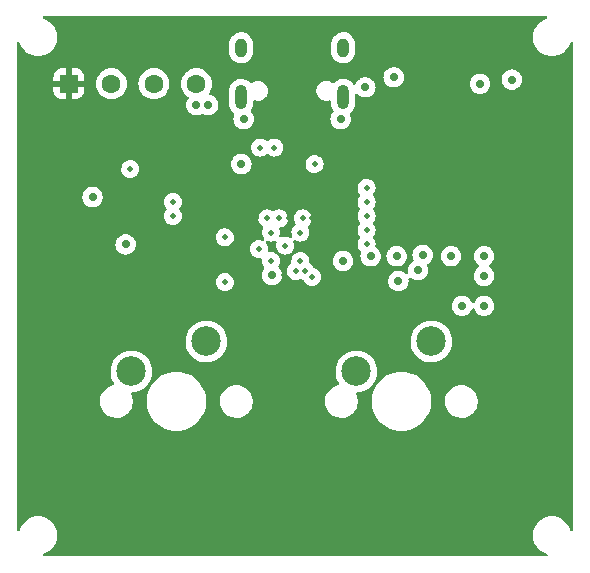
<source format=gbr>
%TF.GenerationSoftware,KiCad,Pcbnew,(6.0.7)*%
%TF.CreationDate,2022-09-15T14:24:46+02:00*%
%TF.ProjectId,rp2040-keypad,72703230-3430-42d6-9b65-797061642e6b,rev?*%
%TF.SameCoordinates,Original*%
%TF.FileFunction,Copper,L3,Inr*%
%TF.FilePolarity,Positive*%
%FSLAX46Y46*%
G04 Gerber Fmt 4.6, Leading zero omitted, Abs format (unit mm)*
G04 Created by KiCad (PCBNEW (6.0.7)) date 2022-09-15 14:24:46*
%MOMM*%
%LPD*%
G01*
G04 APERTURE LIST*
G04 Aperture macros list*
%AMRoundRect*
0 Rectangle with rounded corners*
0 $1 Rounding radius*
0 $2 $3 $4 $5 $6 $7 $8 $9 X,Y pos of 4 corners*
0 Add a 4 corners polygon primitive as box body*
4,1,4,$2,$3,$4,$5,$6,$7,$8,$9,$2,$3,0*
0 Add four circle primitives for the rounded corners*
1,1,$1+$1,$2,$3*
1,1,$1+$1,$4,$5*
1,1,$1+$1,$6,$7*
1,1,$1+$1,$8,$9*
0 Add four rect primitives between the rounded corners*
20,1,$1+$1,$2,$3,$4,$5,0*
20,1,$1+$1,$4,$5,$6,$7,0*
20,1,$1+$1,$6,$7,$8,$9,0*
20,1,$1+$1,$8,$9,$2,$3,0*%
G04 Aperture macros list end*
%TA.AperFunction,ComponentPad*%
%ADD10C,2.500000*%
%TD*%
%TA.AperFunction,ComponentPad*%
%ADD11O,1.000000X1.600000*%
%TD*%
%TA.AperFunction,ComponentPad*%
%ADD12O,1.000000X2.100000*%
%TD*%
%TA.AperFunction,ComponentPad*%
%ADD13RoundRect,0.250000X-0.550000X-0.550000X0.550000X-0.550000X0.550000X0.550000X-0.550000X0.550000X0*%
%TD*%
%TA.AperFunction,ComponentPad*%
%ADD14C,1.600000*%
%TD*%
%TA.AperFunction,ViaPad*%
%ADD15C,0.700000*%
%TD*%
%TA.AperFunction,ViaPad*%
%ADD16C,0.500000*%
%TD*%
%TA.AperFunction,ViaPad*%
%ADD17C,0.800000*%
%TD*%
G04 APERTURE END LIST*
D10*
%TO.N,/KEY2*%
%TO.C,SW2*%
X145890000Y-88360000D03*
%TO.N,GND*%
X152240000Y-85820000D03*
%TD*%
D11*
%TO.N,unconnected-(J1-PadS1)*%
%TO.C,J1*%
X155180000Y-60950000D03*
D12*
X155180000Y-65130000D03*
D11*
X163820000Y-60950000D03*
D12*
X163820000Y-65130000D03*
%TD*%
D13*
%TO.N,+3V3*%
%TO.C,J2*%
X140600000Y-64000000D03*
D14*
%TO.N,/SWD*%
X144200000Y-64000000D03*
%TO.N,/SWCLK*%
X147800000Y-64000000D03*
%TO.N,GND*%
X151400000Y-64000000D03*
%TD*%
D10*
%TO.N,/KEY1*%
%TO.C,SW1*%
X164940000Y-88360000D03*
%TO.N,GND*%
X171290000Y-85820000D03*
%TD*%
D15*
%TO.N,+3V3*%
X162600000Y-72800000D03*
X153000000Y-69800000D03*
X174550000Y-60450000D03*
D16*
X159200000Y-75400000D03*
D17*
X170250000Y-68650000D03*
D16*
X161500000Y-78300000D03*
X161200000Y-75400000D03*
D15*
X152800000Y-79400000D03*
D16*
X158800000Y-80200000D03*
X156445027Y-75400000D03*
%TO.N,GND*%
X153800000Y-77000000D03*
D15*
X165700000Y-64300000D03*
X163800000Y-79000000D03*
D16*
X157700000Y-76600000D03*
D15*
X175400000Y-64000000D03*
X175750000Y-80275000D03*
X170550000Y-78500500D03*
D16*
X157700000Y-79000000D03*
X165800000Y-74000000D03*
D15*
X152400000Y-65800000D03*
D16*
X160200000Y-76600000D03*
X160200000Y-79000000D03*
D15*
X151400000Y-65800000D03*
D16*
X161400000Y-70800000D03*
D15*
X166150000Y-78600000D03*
X168500000Y-80700000D03*
X178100000Y-63650000D03*
D16*
X153800000Y-80800000D03*
X158000000Y-69400000D03*
X165800000Y-72800000D03*
D15*
X145400000Y-77600000D03*
X175750000Y-78600000D03*
X163600000Y-67000000D03*
D16*
X165800000Y-77600000D03*
D15*
X175750000Y-82800000D03*
X142600000Y-73600000D03*
X170150000Y-79800000D03*
D16*
X158900000Y-77700000D03*
D15*
X155200000Y-70800000D03*
X168100000Y-63450000D03*
D16*
X165800000Y-75200000D03*
D15*
X172950000Y-78600000D03*
X173900000Y-82800000D03*
X155400000Y-67000000D03*
D16*
X165800000Y-76400000D03*
D15*
X157800000Y-80200000D03*
D16*
X156800000Y-69400000D03*
D15*
X168350000Y-78600000D03*
D16*
%TO.N,+1V1*%
X158400000Y-75400000D03*
X159800000Y-79849502D03*
X160400000Y-75400000D03*
%TO.N,/SWD*%
X161174930Y-80350500D03*
%TO.N,/SWCLK*%
X160605754Y-79846031D03*
%TO.N,/QSPI_SS*%
X149400000Y-74000000D03*
X149400000Y-75200000D03*
%TO.N,/KEY1*%
X156700000Y-78000000D03*
%TO.N,/QSPI_SD1*%
X157400000Y-75400000D03*
X145800000Y-71200000D03*
%TD*%
%TA.AperFunction,Conductor*%
%TO.N,+3V3*%
G36*
X181075421Y-58278502D02*
G01*
X181121914Y-58332158D01*
X181132018Y-58402432D01*
X181102524Y-58467012D01*
X181036714Y-58507019D01*
X181001409Y-58515495D01*
X180996838Y-58517388D01*
X180996836Y-58517389D01*
X180772072Y-58610489D01*
X180772068Y-58610491D01*
X180767498Y-58612384D01*
X180551624Y-58744672D01*
X180359102Y-58909102D01*
X180194672Y-59101624D01*
X180062384Y-59317498D01*
X180060491Y-59322068D01*
X180060489Y-59322072D01*
X179967389Y-59546836D01*
X179965495Y-59551409D01*
X179964340Y-59556221D01*
X179921407Y-59735052D01*
X179906391Y-59797597D01*
X179886526Y-60050000D01*
X179906391Y-60302403D01*
X179907545Y-60307210D01*
X179907546Y-60307216D01*
X179937849Y-60433436D01*
X179965495Y-60548591D01*
X179967388Y-60553162D01*
X179967389Y-60553164D01*
X179988162Y-60603313D01*
X180062384Y-60782502D01*
X180194672Y-60998376D01*
X180359102Y-61190898D01*
X180551624Y-61355328D01*
X180767498Y-61487616D01*
X180772068Y-61489509D01*
X180772072Y-61489511D01*
X180996836Y-61582611D01*
X181001409Y-61584505D01*
X181086032Y-61604821D01*
X181242784Y-61642454D01*
X181242790Y-61642455D01*
X181247597Y-61643609D01*
X181347416Y-61651465D01*
X181434345Y-61658307D01*
X181434352Y-61658307D01*
X181436801Y-61658500D01*
X181563199Y-61658500D01*
X181565648Y-61658307D01*
X181565655Y-61658307D01*
X181652584Y-61651465D01*
X181752403Y-61643609D01*
X181757210Y-61642455D01*
X181757216Y-61642454D01*
X181913968Y-61604821D01*
X181998591Y-61584505D01*
X182003164Y-61582611D01*
X182227928Y-61489511D01*
X182227932Y-61489509D01*
X182232502Y-61487616D01*
X182448376Y-61355328D01*
X182640898Y-61190898D01*
X182805328Y-60998376D01*
X182937616Y-60782502D01*
X183011839Y-60603313D01*
X183032611Y-60553164D01*
X183032612Y-60553162D01*
X183034505Y-60548591D01*
X183042981Y-60513286D01*
X183078333Y-60451717D01*
X183141360Y-60419034D01*
X183212051Y-60425615D01*
X183267962Y-60469369D01*
X183291500Y-60542700D01*
X183291500Y-101732300D01*
X183271498Y-101800421D01*
X183217842Y-101846914D01*
X183147568Y-101857018D01*
X183082988Y-101827524D01*
X183042981Y-101761714D01*
X183035660Y-101731221D01*
X183034505Y-101726409D01*
X182937616Y-101492498D01*
X182805328Y-101276624D01*
X182640898Y-101084102D01*
X182448376Y-100919672D01*
X182232502Y-100787384D01*
X182227932Y-100785491D01*
X182227928Y-100785489D01*
X182003164Y-100692389D01*
X182003162Y-100692388D01*
X181998591Y-100690495D01*
X181913968Y-100670179D01*
X181757216Y-100632546D01*
X181757210Y-100632545D01*
X181752403Y-100631391D01*
X181652584Y-100623535D01*
X181565655Y-100616693D01*
X181565648Y-100616693D01*
X181563199Y-100616500D01*
X181436801Y-100616500D01*
X181434352Y-100616693D01*
X181434345Y-100616693D01*
X181347416Y-100623535D01*
X181247597Y-100631391D01*
X181242790Y-100632545D01*
X181242784Y-100632546D01*
X181086032Y-100670179D01*
X181001409Y-100690495D01*
X180996838Y-100692388D01*
X180996836Y-100692389D01*
X180772072Y-100785489D01*
X180772068Y-100785491D01*
X180767498Y-100787384D01*
X180551624Y-100919672D01*
X180359102Y-101084102D01*
X180194672Y-101276624D01*
X180062384Y-101492498D01*
X179965495Y-101726409D01*
X179964340Y-101731221D01*
X179936565Y-101846914D01*
X179906391Y-101972597D01*
X179886526Y-102225000D01*
X179906391Y-102477403D01*
X179907545Y-102482210D01*
X179907546Y-102482216D01*
X179933924Y-102592089D01*
X179965495Y-102723591D01*
X179967388Y-102728162D01*
X179967389Y-102728164D01*
X180018243Y-102850935D01*
X180062384Y-102957502D01*
X180194672Y-103173376D01*
X180359102Y-103365898D01*
X180551624Y-103530328D01*
X180767498Y-103662616D01*
X180772068Y-103664509D01*
X180772072Y-103664511D01*
X180945539Y-103736363D01*
X181001409Y-103759505D01*
X181028456Y-103765998D01*
X181036714Y-103767981D01*
X181098283Y-103803333D01*
X181130966Y-103866360D01*
X181124385Y-103937051D01*
X181080631Y-103992962D01*
X181007300Y-104016500D01*
X138492700Y-104016500D01*
X138424579Y-103996498D01*
X138378086Y-103942842D01*
X138367982Y-103872568D01*
X138397476Y-103807988D01*
X138463286Y-103767981D01*
X138471544Y-103765998D01*
X138498591Y-103759505D01*
X138554461Y-103736363D01*
X138727928Y-103664511D01*
X138727932Y-103664509D01*
X138732502Y-103662616D01*
X138948376Y-103530328D01*
X139140898Y-103365898D01*
X139305328Y-103173376D01*
X139437616Y-102957502D01*
X139481758Y-102850935D01*
X139532611Y-102728164D01*
X139532612Y-102728162D01*
X139534505Y-102723591D01*
X139566076Y-102592089D01*
X139592454Y-102482216D01*
X139592455Y-102482210D01*
X139593609Y-102477403D01*
X139613474Y-102225000D01*
X139593609Y-101972597D01*
X139563436Y-101846914D01*
X139535660Y-101731221D01*
X139534505Y-101726409D01*
X139437616Y-101492498D01*
X139305328Y-101276624D01*
X139140898Y-101084102D01*
X138948376Y-100919672D01*
X138732502Y-100787384D01*
X138727932Y-100785491D01*
X138727928Y-100785489D01*
X138503164Y-100692389D01*
X138503162Y-100692388D01*
X138498591Y-100690495D01*
X138413968Y-100670179D01*
X138257216Y-100632546D01*
X138257210Y-100632545D01*
X138252403Y-100631391D01*
X138152584Y-100623535D01*
X138065655Y-100616693D01*
X138065648Y-100616693D01*
X138063199Y-100616500D01*
X137936801Y-100616500D01*
X137934352Y-100616693D01*
X137934345Y-100616693D01*
X137847416Y-100623535D01*
X137747597Y-100631391D01*
X137742790Y-100632545D01*
X137742784Y-100632546D01*
X137586032Y-100670179D01*
X137501409Y-100690495D01*
X137496838Y-100692388D01*
X137496836Y-100692389D01*
X137272072Y-100785489D01*
X137272068Y-100785491D01*
X137267498Y-100787384D01*
X137051624Y-100919672D01*
X136859102Y-101084102D01*
X136694672Y-101276624D01*
X136562384Y-101492498D01*
X136465495Y-101726409D01*
X136464340Y-101731221D01*
X136457019Y-101761714D01*
X136421667Y-101823283D01*
X136358640Y-101855966D01*
X136287949Y-101849385D01*
X136232038Y-101805631D01*
X136208500Y-101732300D01*
X136208500Y-90834593D01*
X143233039Y-90834593D01*
X143241848Y-91069216D01*
X143242943Y-91074434D01*
X143267794Y-91192871D01*
X143290062Y-91299001D01*
X143376302Y-91517377D01*
X143498104Y-91718100D01*
X143651985Y-91895432D01*
X143656117Y-91898820D01*
X143829416Y-92040917D01*
X143829422Y-92040921D01*
X143833544Y-92044301D01*
X143838180Y-92046940D01*
X143838183Y-92046942D01*
X143949408Y-92110255D01*
X144037590Y-92160451D01*
X144258289Y-92240561D01*
X144263538Y-92241510D01*
X144263541Y-92241511D01*
X144310382Y-92249981D01*
X144489330Y-92282340D01*
X144493469Y-92282535D01*
X144493476Y-92282536D01*
X144512440Y-92283430D01*
X144512449Y-92283430D01*
X144513929Y-92283500D01*
X144678950Y-92283500D01*
X144760299Y-92276597D01*
X144848637Y-92269102D01*
X144848641Y-92269101D01*
X144853948Y-92268651D01*
X144859103Y-92267313D01*
X144859109Y-92267312D01*
X145076035Y-92211009D01*
X145076034Y-92211009D01*
X145081206Y-92209667D01*
X145086072Y-92207475D01*
X145086075Y-92207474D01*
X145290417Y-92115424D01*
X145290420Y-92115423D01*
X145295278Y-92113234D01*
X145490041Y-91982112D01*
X145506402Y-91966505D01*
X145656070Y-91823728D01*
X145659927Y-91820049D01*
X145800078Y-91631679D01*
X145860719Y-91512408D01*
X145904069Y-91427144D01*
X145904069Y-91427143D01*
X145906487Y-91422388D01*
X145976111Y-91198160D01*
X145993202Y-91069216D01*
X145994712Y-91057821D01*
X147191500Y-91057821D01*
X147231060Y-91370975D01*
X147309557Y-91676702D01*
X147311010Y-91680371D01*
X147311010Y-91680372D01*
X147396159Y-91895432D01*
X147425753Y-91970179D01*
X147427659Y-91973647D01*
X147427660Y-91973648D01*
X147574398Y-92240561D01*
X147577816Y-92246779D01*
X147763346Y-92502140D01*
X147979418Y-92732233D01*
X148222625Y-92933432D01*
X148489131Y-93102562D01*
X148492710Y-93104246D01*
X148492717Y-93104250D01*
X148771144Y-93235267D01*
X148771148Y-93235269D01*
X148774734Y-93236956D01*
X149074928Y-93334495D01*
X149384980Y-93393641D01*
X149621162Y-93408500D01*
X149778838Y-93408500D01*
X150015020Y-93393641D01*
X150325072Y-93334495D01*
X150625266Y-93236956D01*
X150628852Y-93235269D01*
X150628856Y-93235267D01*
X150907283Y-93104250D01*
X150907290Y-93104246D01*
X150910869Y-93102562D01*
X151177375Y-92933432D01*
X151420582Y-92732233D01*
X151636654Y-92502140D01*
X151822184Y-92246779D01*
X151825603Y-92240561D01*
X151972340Y-91973648D01*
X151972341Y-91973647D01*
X151974247Y-91970179D01*
X152003842Y-91895432D01*
X152088990Y-91680372D01*
X152088990Y-91680371D01*
X152090443Y-91676702D01*
X152168940Y-91370975D01*
X152208500Y-91057821D01*
X152208500Y-90834593D01*
X153393039Y-90834593D01*
X153401848Y-91069216D01*
X153402943Y-91074434D01*
X153427794Y-91192871D01*
X153450062Y-91299001D01*
X153536302Y-91517377D01*
X153658104Y-91718100D01*
X153811985Y-91895432D01*
X153816117Y-91898820D01*
X153989416Y-92040917D01*
X153989422Y-92040921D01*
X153993544Y-92044301D01*
X153998180Y-92046940D01*
X153998183Y-92046942D01*
X154109408Y-92110255D01*
X154197590Y-92160451D01*
X154418289Y-92240561D01*
X154423538Y-92241510D01*
X154423541Y-92241511D01*
X154470382Y-92249981D01*
X154649330Y-92282340D01*
X154653469Y-92282535D01*
X154653476Y-92282536D01*
X154672440Y-92283430D01*
X154672449Y-92283430D01*
X154673929Y-92283500D01*
X154838950Y-92283500D01*
X154920299Y-92276597D01*
X155008637Y-92269102D01*
X155008641Y-92269101D01*
X155013948Y-92268651D01*
X155019103Y-92267313D01*
X155019109Y-92267312D01*
X155236035Y-92211009D01*
X155236034Y-92211009D01*
X155241206Y-92209667D01*
X155246072Y-92207475D01*
X155246075Y-92207474D01*
X155450417Y-92115424D01*
X155450420Y-92115423D01*
X155455278Y-92113234D01*
X155650041Y-91982112D01*
X155666402Y-91966505D01*
X155816070Y-91823728D01*
X155819927Y-91820049D01*
X155960078Y-91631679D01*
X156020719Y-91512408D01*
X156064069Y-91427144D01*
X156064069Y-91427143D01*
X156066487Y-91422388D01*
X156136111Y-91198160D01*
X156153202Y-91069216D01*
X156166261Y-90970690D01*
X156166261Y-90970687D01*
X156166961Y-90965407D01*
X156162050Y-90834593D01*
X162283039Y-90834593D01*
X162291848Y-91069216D01*
X162292943Y-91074434D01*
X162317794Y-91192871D01*
X162340062Y-91299001D01*
X162426302Y-91517377D01*
X162548104Y-91718100D01*
X162701985Y-91895432D01*
X162706117Y-91898820D01*
X162879416Y-92040917D01*
X162879422Y-92040921D01*
X162883544Y-92044301D01*
X162888180Y-92046940D01*
X162888183Y-92046942D01*
X162999408Y-92110255D01*
X163087590Y-92160451D01*
X163308289Y-92240561D01*
X163313538Y-92241510D01*
X163313541Y-92241511D01*
X163360382Y-92249981D01*
X163539330Y-92282340D01*
X163543469Y-92282535D01*
X163543476Y-92282536D01*
X163562440Y-92283430D01*
X163562449Y-92283430D01*
X163563929Y-92283500D01*
X163728950Y-92283500D01*
X163810299Y-92276597D01*
X163898637Y-92269102D01*
X163898641Y-92269101D01*
X163903948Y-92268651D01*
X163909103Y-92267313D01*
X163909109Y-92267312D01*
X164126035Y-92211009D01*
X164126034Y-92211009D01*
X164131206Y-92209667D01*
X164136072Y-92207475D01*
X164136075Y-92207474D01*
X164340417Y-92115424D01*
X164340420Y-92115423D01*
X164345278Y-92113234D01*
X164540041Y-91982112D01*
X164556402Y-91966505D01*
X164706070Y-91823728D01*
X164709927Y-91820049D01*
X164850078Y-91631679D01*
X164910719Y-91512408D01*
X164954069Y-91427144D01*
X164954069Y-91427143D01*
X164956487Y-91422388D01*
X165026111Y-91198160D01*
X165043202Y-91069216D01*
X165044712Y-91057821D01*
X166241500Y-91057821D01*
X166281060Y-91370975D01*
X166359557Y-91676702D01*
X166361010Y-91680371D01*
X166361010Y-91680372D01*
X166446159Y-91895432D01*
X166475753Y-91970179D01*
X166477659Y-91973647D01*
X166477660Y-91973648D01*
X166624398Y-92240561D01*
X166627816Y-92246779D01*
X166813346Y-92502140D01*
X167029418Y-92732233D01*
X167272625Y-92933432D01*
X167539131Y-93102562D01*
X167542710Y-93104246D01*
X167542717Y-93104250D01*
X167821144Y-93235267D01*
X167821148Y-93235269D01*
X167824734Y-93236956D01*
X168124928Y-93334495D01*
X168434980Y-93393641D01*
X168671162Y-93408500D01*
X168828838Y-93408500D01*
X169065020Y-93393641D01*
X169375072Y-93334495D01*
X169675266Y-93236956D01*
X169678852Y-93235269D01*
X169678856Y-93235267D01*
X169957283Y-93104250D01*
X169957290Y-93104246D01*
X169960869Y-93102562D01*
X170227375Y-92933432D01*
X170470582Y-92732233D01*
X170686654Y-92502140D01*
X170872184Y-92246779D01*
X170875603Y-92240561D01*
X171022340Y-91973648D01*
X171022341Y-91973647D01*
X171024247Y-91970179D01*
X171053842Y-91895432D01*
X171138990Y-91680372D01*
X171138990Y-91680371D01*
X171140443Y-91676702D01*
X171218940Y-91370975D01*
X171258500Y-91057821D01*
X171258500Y-90834593D01*
X172443039Y-90834593D01*
X172451848Y-91069216D01*
X172452943Y-91074434D01*
X172477794Y-91192871D01*
X172500062Y-91299001D01*
X172586302Y-91517377D01*
X172708104Y-91718100D01*
X172861985Y-91895432D01*
X172866117Y-91898820D01*
X173039416Y-92040917D01*
X173039422Y-92040921D01*
X173043544Y-92044301D01*
X173048180Y-92046940D01*
X173048183Y-92046942D01*
X173159408Y-92110255D01*
X173247590Y-92160451D01*
X173468289Y-92240561D01*
X173473538Y-92241510D01*
X173473541Y-92241511D01*
X173520382Y-92249981D01*
X173699330Y-92282340D01*
X173703469Y-92282535D01*
X173703476Y-92282536D01*
X173722440Y-92283430D01*
X173722449Y-92283430D01*
X173723929Y-92283500D01*
X173888950Y-92283500D01*
X173970299Y-92276597D01*
X174058637Y-92269102D01*
X174058641Y-92269101D01*
X174063948Y-92268651D01*
X174069103Y-92267313D01*
X174069109Y-92267312D01*
X174286035Y-92211009D01*
X174286034Y-92211009D01*
X174291206Y-92209667D01*
X174296072Y-92207475D01*
X174296075Y-92207474D01*
X174500417Y-92115424D01*
X174500420Y-92115423D01*
X174505278Y-92113234D01*
X174700041Y-91982112D01*
X174716402Y-91966505D01*
X174866070Y-91823728D01*
X174869927Y-91820049D01*
X175010078Y-91631679D01*
X175070719Y-91512408D01*
X175114069Y-91427144D01*
X175114069Y-91427143D01*
X175116487Y-91422388D01*
X175186111Y-91198160D01*
X175203202Y-91069216D01*
X175216261Y-90970690D01*
X175216261Y-90970687D01*
X175216961Y-90965407D01*
X175208152Y-90730784D01*
X175190358Y-90645978D01*
X175161035Y-90506226D01*
X175161034Y-90506223D01*
X175159938Y-90500999D01*
X175073698Y-90282623D01*
X174971925Y-90114906D01*
X174954664Y-90086461D01*
X174954662Y-90086458D01*
X174951896Y-90081900D01*
X174798015Y-89904568D01*
X174787938Y-89896306D01*
X174620584Y-89759083D01*
X174620578Y-89759079D01*
X174616456Y-89755699D01*
X174611820Y-89753060D01*
X174611817Y-89753058D01*
X174417053Y-89642192D01*
X174412410Y-89639549D01*
X174191711Y-89559439D01*
X174186462Y-89558490D01*
X174186459Y-89558489D01*
X174105385Y-89543829D01*
X173960670Y-89517660D01*
X173956531Y-89517465D01*
X173956524Y-89517464D01*
X173937560Y-89516570D01*
X173937551Y-89516570D01*
X173936071Y-89516500D01*
X173771050Y-89516500D01*
X173689701Y-89523403D01*
X173601363Y-89530898D01*
X173601359Y-89530899D01*
X173596052Y-89531349D01*
X173590897Y-89532687D01*
X173590891Y-89532688D01*
X173413177Y-89578814D01*
X173368794Y-89590333D01*
X173363928Y-89592525D01*
X173363925Y-89592526D01*
X173159583Y-89684576D01*
X173159580Y-89684577D01*
X173154722Y-89686766D01*
X172959959Y-89817888D01*
X172956102Y-89821567D01*
X172956100Y-89821569D01*
X172885845Y-89888590D01*
X172790073Y-89979951D01*
X172649922Y-90168321D01*
X172647506Y-90173072D01*
X172647504Y-90173076D01*
X172545931Y-90372856D01*
X172543513Y-90377612D01*
X172473889Y-90601840D01*
X172473188Y-90607129D01*
X172456092Y-90736116D01*
X172443039Y-90834593D01*
X171258500Y-90834593D01*
X171258500Y-90742179D01*
X171218940Y-90429025D01*
X171140443Y-90123298D01*
X171062337Y-89926025D01*
X171025702Y-89833495D01*
X171025700Y-89833490D01*
X171024247Y-89829821D01*
X171022340Y-89826352D01*
X170874093Y-89556693D01*
X170874091Y-89556690D01*
X170872184Y-89553221D01*
X170718096Y-89341136D01*
X170688982Y-89301064D01*
X170688981Y-89301062D01*
X170686654Y-89297860D01*
X170479489Y-89077252D01*
X170473297Y-89070658D01*
X170473296Y-89070657D01*
X170470582Y-89067767D01*
X170227375Y-88866568D01*
X169960869Y-88697438D01*
X169957290Y-88695754D01*
X169957283Y-88695750D01*
X169678856Y-88564733D01*
X169678852Y-88564731D01*
X169675266Y-88563044D01*
X169375072Y-88465505D01*
X169065020Y-88406359D01*
X168828838Y-88391500D01*
X168671162Y-88391500D01*
X168434980Y-88406359D01*
X168124928Y-88465505D01*
X167824734Y-88563044D01*
X167821148Y-88564731D01*
X167821144Y-88564733D01*
X167542717Y-88695750D01*
X167542710Y-88695754D01*
X167539131Y-88697438D01*
X167272625Y-88866568D01*
X167029418Y-89067767D01*
X167026704Y-89070657D01*
X167026703Y-89070658D01*
X167020511Y-89077252D01*
X166813346Y-89297860D01*
X166811019Y-89301062D01*
X166811018Y-89301064D01*
X166781904Y-89341136D01*
X166627816Y-89553221D01*
X166625909Y-89556690D01*
X166625907Y-89556693D01*
X166477660Y-89826352D01*
X166475753Y-89829821D01*
X166474300Y-89833490D01*
X166474298Y-89833495D01*
X166437663Y-89926025D01*
X166359557Y-90123298D01*
X166281060Y-90429025D01*
X166241500Y-90742179D01*
X166241500Y-91057821D01*
X165044712Y-91057821D01*
X165056261Y-90970690D01*
X165056261Y-90970687D01*
X165056961Y-90965407D01*
X165048152Y-90730784D01*
X165030358Y-90645978D01*
X165001035Y-90506226D01*
X165001034Y-90506223D01*
X164999938Y-90500999D01*
X164973069Y-90432961D01*
X164917315Y-90291781D01*
X164910897Y-90221075D01*
X164943725Y-90158124D01*
X165005375Y-90122914D01*
X165020789Y-90120249D01*
X165069577Y-90114906D01*
X165256707Y-90094412D01*
X165256712Y-90094411D01*
X165261360Y-90093902D01*
X165306947Y-90081900D01*
X165509594Y-90028548D01*
X165509596Y-90028547D01*
X165514117Y-90027357D01*
X165754262Y-89924182D01*
X165900812Y-89833495D01*
X165972547Y-89789104D01*
X165972548Y-89789104D01*
X165976519Y-89786646D01*
X165980082Y-89783629D01*
X165980087Y-89783626D01*
X166172439Y-89620787D01*
X166172440Y-89620786D01*
X166176005Y-89617768D01*
X166227991Y-89558489D01*
X166345257Y-89424774D01*
X166345261Y-89424769D01*
X166348339Y-89421259D01*
X166357070Y-89407686D01*
X166487205Y-89205367D01*
X166489733Y-89201437D01*
X166597083Y-88963129D01*
X166668030Y-88711572D01*
X166684832Y-88579496D01*
X166700616Y-88455421D01*
X166700616Y-88455417D01*
X166701014Y-88452291D01*
X166703431Y-88360000D01*
X166684061Y-88099348D01*
X166672725Y-88049248D01*
X166627408Y-87848980D01*
X166626377Y-87844423D01*
X166531647Y-87600823D01*
X166504830Y-87553902D01*
X166408880Y-87386025D01*
X166401951Y-87373902D01*
X166240138Y-87168643D01*
X166049763Y-86989557D01*
X165835009Y-86840576D01*
X165830816Y-86838508D01*
X165604781Y-86727040D01*
X165604778Y-86727039D01*
X165600593Y-86724975D01*
X165554449Y-86710204D01*
X165356123Y-86646720D01*
X165351665Y-86645293D01*
X165093693Y-86603279D01*
X164979942Y-86601790D01*
X164837022Y-86599919D01*
X164837019Y-86599919D01*
X164832345Y-86599858D01*
X164573362Y-86635104D01*
X164322433Y-86708243D01*
X164318180Y-86710203D01*
X164318179Y-86710204D01*
X164281659Y-86727040D01*
X164085072Y-86817668D01*
X164046067Y-86843241D01*
X163870404Y-86958410D01*
X163870399Y-86958414D01*
X163866491Y-86960976D01*
X163671494Y-87135018D01*
X163504363Y-87335970D01*
X163501934Y-87339973D01*
X163372119Y-87553902D01*
X163368771Y-87559419D01*
X163267697Y-87800455D01*
X163203359Y-88053783D01*
X163177173Y-88313839D01*
X163189713Y-88574908D01*
X163240704Y-88831256D01*
X163329026Y-89077252D01*
X163331242Y-89081376D01*
X163449284Y-89301064D01*
X163452737Y-89307491D01*
X163455531Y-89311232D01*
X163455535Y-89311239D01*
X163477861Y-89341136D01*
X163502594Y-89407686D01*
X163487420Y-89477042D01*
X163437158Y-89527185D01*
X163408558Y-89538485D01*
X163208794Y-89590333D01*
X163203928Y-89592525D01*
X163203925Y-89592526D01*
X162999583Y-89684576D01*
X162999580Y-89684577D01*
X162994722Y-89686766D01*
X162799959Y-89817888D01*
X162796102Y-89821567D01*
X162796100Y-89821569D01*
X162725845Y-89888590D01*
X162630073Y-89979951D01*
X162489922Y-90168321D01*
X162487506Y-90173072D01*
X162487504Y-90173076D01*
X162385931Y-90372856D01*
X162383513Y-90377612D01*
X162313889Y-90601840D01*
X162313188Y-90607129D01*
X162296092Y-90736116D01*
X162283039Y-90834593D01*
X156162050Y-90834593D01*
X156158152Y-90730784D01*
X156140358Y-90645978D01*
X156111035Y-90506226D01*
X156111034Y-90506223D01*
X156109938Y-90500999D01*
X156023698Y-90282623D01*
X155921925Y-90114906D01*
X155904664Y-90086461D01*
X155904662Y-90086458D01*
X155901896Y-90081900D01*
X155748015Y-89904568D01*
X155737938Y-89896306D01*
X155570584Y-89759083D01*
X155570578Y-89759079D01*
X155566456Y-89755699D01*
X155561820Y-89753060D01*
X155561817Y-89753058D01*
X155367053Y-89642192D01*
X155362410Y-89639549D01*
X155141711Y-89559439D01*
X155136462Y-89558490D01*
X155136459Y-89558489D01*
X155055385Y-89543829D01*
X154910670Y-89517660D01*
X154906531Y-89517465D01*
X154906524Y-89517464D01*
X154887560Y-89516570D01*
X154887551Y-89516570D01*
X154886071Y-89516500D01*
X154721050Y-89516500D01*
X154639701Y-89523403D01*
X154551363Y-89530898D01*
X154551359Y-89530899D01*
X154546052Y-89531349D01*
X154540897Y-89532687D01*
X154540891Y-89532688D01*
X154363177Y-89578814D01*
X154318794Y-89590333D01*
X154313928Y-89592525D01*
X154313925Y-89592526D01*
X154109583Y-89684576D01*
X154109580Y-89684577D01*
X154104722Y-89686766D01*
X153909959Y-89817888D01*
X153906102Y-89821567D01*
X153906100Y-89821569D01*
X153835845Y-89888590D01*
X153740073Y-89979951D01*
X153599922Y-90168321D01*
X153597506Y-90173072D01*
X153597504Y-90173076D01*
X153495931Y-90372856D01*
X153493513Y-90377612D01*
X153423889Y-90601840D01*
X153423188Y-90607129D01*
X153406092Y-90736116D01*
X153393039Y-90834593D01*
X152208500Y-90834593D01*
X152208500Y-90742179D01*
X152168940Y-90429025D01*
X152090443Y-90123298D01*
X152012337Y-89926025D01*
X151975702Y-89833495D01*
X151975700Y-89833490D01*
X151974247Y-89829821D01*
X151972340Y-89826352D01*
X151824093Y-89556693D01*
X151824091Y-89556690D01*
X151822184Y-89553221D01*
X151668096Y-89341136D01*
X151638982Y-89301064D01*
X151638981Y-89301062D01*
X151636654Y-89297860D01*
X151429489Y-89077252D01*
X151423297Y-89070658D01*
X151423296Y-89070657D01*
X151420582Y-89067767D01*
X151177375Y-88866568D01*
X150910869Y-88697438D01*
X150907290Y-88695754D01*
X150907283Y-88695750D01*
X150628856Y-88564733D01*
X150628852Y-88564731D01*
X150625266Y-88563044D01*
X150325072Y-88465505D01*
X150015020Y-88406359D01*
X149778838Y-88391500D01*
X149621162Y-88391500D01*
X149384980Y-88406359D01*
X149074928Y-88465505D01*
X148774734Y-88563044D01*
X148771148Y-88564731D01*
X148771144Y-88564733D01*
X148492717Y-88695750D01*
X148492710Y-88695754D01*
X148489131Y-88697438D01*
X148222625Y-88866568D01*
X147979418Y-89067767D01*
X147976704Y-89070657D01*
X147976703Y-89070658D01*
X147970511Y-89077252D01*
X147763346Y-89297860D01*
X147761019Y-89301062D01*
X147761018Y-89301064D01*
X147731904Y-89341136D01*
X147577816Y-89553221D01*
X147575909Y-89556690D01*
X147575907Y-89556693D01*
X147427660Y-89826352D01*
X147425753Y-89829821D01*
X147424300Y-89833490D01*
X147424298Y-89833495D01*
X147387663Y-89926025D01*
X147309557Y-90123298D01*
X147231060Y-90429025D01*
X147191500Y-90742179D01*
X147191500Y-91057821D01*
X145994712Y-91057821D01*
X146006261Y-90970690D01*
X146006261Y-90970687D01*
X146006961Y-90965407D01*
X145998152Y-90730784D01*
X145980358Y-90645978D01*
X145951035Y-90506226D01*
X145951034Y-90506223D01*
X145949938Y-90500999D01*
X145923069Y-90432961D01*
X145867315Y-90291781D01*
X145860897Y-90221075D01*
X145893725Y-90158124D01*
X145955375Y-90122914D01*
X145970789Y-90120249D01*
X146019577Y-90114906D01*
X146206707Y-90094412D01*
X146206712Y-90094411D01*
X146211360Y-90093902D01*
X146256947Y-90081900D01*
X146459594Y-90028548D01*
X146459596Y-90028547D01*
X146464117Y-90027357D01*
X146704262Y-89924182D01*
X146850812Y-89833495D01*
X146922547Y-89789104D01*
X146922548Y-89789104D01*
X146926519Y-89786646D01*
X146930082Y-89783629D01*
X146930087Y-89783626D01*
X147122439Y-89620787D01*
X147122440Y-89620786D01*
X147126005Y-89617768D01*
X147177991Y-89558489D01*
X147295257Y-89424774D01*
X147295261Y-89424769D01*
X147298339Y-89421259D01*
X147307070Y-89407686D01*
X147437205Y-89205367D01*
X147439733Y-89201437D01*
X147547083Y-88963129D01*
X147618030Y-88711572D01*
X147634832Y-88579496D01*
X147650616Y-88455421D01*
X147650616Y-88455417D01*
X147651014Y-88452291D01*
X147653431Y-88360000D01*
X147634061Y-88099348D01*
X147622725Y-88049248D01*
X147577408Y-87848980D01*
X147576377Y-87844423D01*
X147481647Y-87600823D01*
X147454830Y-87553902D01*
X147358880Y-87386025D01*
X147351951Y-87373902D01*
X147190138Y-87168643D01*
X146999763Y-86989557D01*
X146785009Y-86840576D01*
X146780816Y-86838508D01*
X146554781Y-86727040D01*
X146554778Y-86727039D01*
X146550593Y-86724975D01*
X146504449Y-86710204D01*
X146306123Y-86646720D01*
X146301665Y-86645293D01*
X146043693Y-86603279D01*
X145929942Y-86601790D01*
X145787022Y-86599919D01*
X145787019Y-86599919D01*
X145782345Y-86599858D01*
X145523362Y-86635104D01*
X145272433Y-86708243D01*
X145268180Y-86710203D01*
X145268179Y-86710204D01*
X145231659Y-86727040D01*
X145035072Y-86817668D01*
X144996067Y-86843241D01*
X144820404Y-86958410D01*
X144820399Y-86958414D01*
X144816491Y-86960976D01*
X144621494Y-87135018D01*
X144454363Y-87335970D01*
X144451934Y-87339973D01*
X144322119Y-87553902D01*
X144318771Y-87559419D01*
X144217697Y-87800455D01*
X144153359Y-88053783D01*
X144127173Y-88313839D01*
X144139713Y-88574908D01*
X144190704Y-88831256D01*
X144279026Y-89077252D01*
X144281242Y-89081376D01*
X144399284Y-89301064D01*
X144402737Y-89307491D01*
X144405531Y-89311232D01*
X144405535Y-89311239D01*
X144427861Y-89341136D01*
X144452594Y-89407686D01*
X144437420Y-89477042D01*
X144387158Y-89527185D01*
X144358558Y-89538485D01*
X144158794Y-89590333D01*
X144153928Y-89592525D01*
X144153925Y-89592526D01*
X143949583Y-89684576D01*
X143949580Y-89684577D01*
X143944722Y-89686766D01*
X143749959Y-89817888D01*
X143746102Y-89821567D01*
X143746100Y-89821569D01*
X143675845Y-89888590D01*
X143580073Y-89979951D01*
X143439922Y-90168321D01*
X143437506Y-90173072D01*
X143437504Y-90173076D01*
X143335931Y-90372856D01*
X143333513Y-90377612D01*
X143263889Y-90601840D01*
X143263188Y-90607129D01*
X143246092Y-90736116D01*
X143233039Y-90834593D01*
X136208500Y-90834593D01*
X136208500Y-85773839D01*
X150477173Y-85773839D01*
X150489713Y-86034908D01*
X150540704Y-86291256D01*
X150629026Y-86537252D01*
X150631242Y-86541376D01*
X150695753Y-86661437D01*
X150752737Y-86767491D01*
X150755532Y-86771234D01*
X150755534Y-86771237D01*
X150906330Y-86973177D01*
X150906335Y-86973183D01*
X150909122Y-86976915D01*
X150912431Y-86980195D01*
X150912436Y-86980201D01*
X151068611Y-87135018D01*
X151094743Y-87160923D01*
X151098505Y-87163681D01*
X151098508Y-87163684D01*
X151301750Y-87312707D01*
X151305524Y-87315474D01*
X151309667Y-87317654D01*
X151309669Y-87317655D01*
X151532684Y-87434989D01*
X151532689Y-87434991D01*
X151536834Y-87437172D01*
X151783590Y-87523344D01*
X151788183Y-87524216D01*
X152035785Y-87571224D01*
X152035788Y-87571224D01*
X152040374Y-87572095D01*
X152170959Y-87577226D01*
X152296875Y-87582174D01*
X152296881Y-87582174D01*
X152301543Y-87582357D01*
X152380977Y-87573657D01*
X152556707Y-87554412D01*
X152556712Y-87554411D01*
X152561360Y-87553902D01*
X152674116Y-87524216D01*
X152809594Y-87488548D01*
X152809596Y-87488547D01*
X152814117Y-87487357D01*
X153054262Y-87384182D01*
X153070875Y-87373902D01*
X153272547Y-87249104D01*
X153272548Y-87249104D01*
X153276519Y-87246646D01*
X153280082Y-87243629D01*
X153280087Y-87243626D01*
X153472439Y-87080787D01*
X153472440Y-87080786D01*
X153476005Y-87077768D01*
X153496736Y-87054128D01*
X153645257Y-86884774D01*
X153645261Y-86884769D01*
X153648339Y-86881259D01*
X153687594Y-86820231D01*
X153787205Y-86665367D01*
X153789733Y-86661437D01*
X153897083Y-86423129D01*
X153968030Y-86171572D01*
X153984832Y-86039496D01*
X154000616Y-85915421D01*
X154000616Y-85915417D01*
X154001014Y-85912291D01*
X154003431Y-85820000D01*
X154000001Y-85773839D01*
X169527173Y-85773839D01*
X169539713Y-86034908D01*
X169590704Y-86291256D01*
X169679026Y-86537252D01*
X169681242Y-86541376D01*
X169745753Y-86661437D01*
X169802737Y-86767491D01*
X169805532Y-86771234D01*
X169805534Y-86771237D01*
X169956330Y-86973177D01*
X169956335Y-86973183D01*
X169959122Y-86976915D01*
X169962431Y-86980195D01*
X169962436Y-86980201D01*
X170118611Y-87135018D01*
X170144743Y-87160923D01*
X170148505Y-87163681D01*
X170148508Y-87163684D01*
X170351750Y-87312707D01*
X170355524Y-87315474D01*
X170359667Y-87317654D01*
X170359669Y-87317655D01*
X170582684Y-87434989D01*
X170582689Y-87434991D01*
X170586834Y-87437172D01*
X170833590Y-87523344D01*
X170838183Y-87524216D01*
X171085785Y-87571224D01*
X171085788Y-87571224D01*
X171090374Y-87572095D01*
X171220959Y-87577226D01*
X171346875Y-87582174D01*
X171346881Y-87582174D01*
X171351543Y-87582357D01*
X171430977Y-87573657D01*
X171606707Y-87554412D01*
X171606712Y-87554411D01*
X171611360Y-87553902D01*
X171724116Y-87524216D01*
X171859594Y-87488548D01*
X171859596Y-87488547D01*
X171864117Y-87487357D01*
X172104262Y-87384182D01*
X172120875Y-87373902D01*
X172322547Y-87249104D01*
X172322548Y-87249104D01*
X172326519Y-87246646D01*
X172330082Y-87243629D01*
X172330087Y-87243626D01*
X172522439Y-87080787D01*
X172522440Y-87080786D01*
X172526005Y-87077768D01*
X172546736Y-87054128D01*
X172695257Y-86884774D01*
X172695261Y-86884769D01*
X172698339Y-86881259D01*
X172737594Y-86820231D01*
X172837205Y-86665367D01*
X172839733Y-86661437D01*
X172947083Y-86423129D01*
X173018030Y-86171572D01*
X173034832Y-86039496D01*
X173050616Y-85915421D01*
X173050616Y-85915417D01*
X173051014Y-85912291D01*
X173053431Y-85820000D01*
X173034061Y-85559348D01*
X173022725Y-85509248D01*
X172977408Y-85308980D01*
X172976377Y-85304423D01*
X172881647Y-85060823D01*
X172751951Y-84833902D01*
X172590138Y-84628643D01*
X172399763Y-84449557D01*
X172185009Y-84300576D01*
X172180816Y-84298508D01*
X171954781Y-84187040D01*
X171954778Y-84187039D01*
X171950593Y-84184975D01*
X171904449Y-84170204D01*
X171706123Y-84106720D01*
X171701665Y-84105293D01*
X171443693Y-84063279D01*
X171329942Y-84061790D01*
X171187022Y-84059919D01*
X171187019Y-84059919D01*
X171182345Y-84059858D01*
X170923362Y-84095104D01*
X170672433Y-84168243D01*
X170668180Y-84170203D01*
X170668179Y-84170204D01*
X170631659Y-84187040D01*
X170435072Y-84277668D01*
X170396067Y-84303241D01*
X170220404Y-84418410D01*
X170220399Y-84418414D01*
X170216491Y-84420976D01*
X170021494Y-84595018D01*
X169854363Y-84795970D01*
X169718771Y-85019419D01*
X169617697Y-85260455D01*
X169553359Y-85513783D01*
X169527173Y-85773839D01*
X154000001Y-85773839D01*
X153984061Y-85559348D01*
X153972725Y-85509248D01*
X153927408Y-85308980D01*
X153926377Y-85304423D01*
X153831647Y-85060823D01*
X153701951Y-84833902D01*
X153540138Y-84628643D01*
X153349763Y-84449557D01*
X153135009Y-84300576D01*
X153130816Y-84298508D01*
X152904781Y-84187040D01*
X152904778Y-84187039D01*
X152900593Y-84184975D01*
X152854449Y-84170204D01*
X152656123Y-84106720D01*
X152651665Y-84105293D01*
X152393693Y-84063279D01*
X152279942Y-84061790D01*
X152137022Y-84059919D01*
X152137019Y-84059919D01*
X152132345Y-84059858D01*
X151873362Y-84095104D01*
X151622433Y-84168243D01*
X151618180Y-84170203D01*
X151618179Y-84170204D01*
X151581659Y-84187040D01*
X151385072Y-84277668D01*
X151346067Y-84303241D01*
X151170404Y-84418410D01*
X151170399Y-84418414D01*
X151166491Y-84420976D01*
X150971494Y-84595018D01*
X150804363Y-84795970D01*
X150668771Y-85019419D01*
X150567697Y-85260455D01*
X150503359Y-85513783D01*
X150477173Y-85773839D01*
X136208500Y-85773839D01*
X136208500Y-82800000D01*
X173036771Y-82800000D01*
X173055635Y-82979475D01*
X173057675Y-82985753D01*
X173057675Y-82985754D01*
X173075791Y-83041510D01*
X173111401Y-83151107D01*
X173201633Y-83307393D01*
X173322387Y-83441504D01*
X173468385Y-83547578D01*
X173474413Y-83550262D01*
X173474415Y-83550263D01*
X173627217Y-83618295D01*
X173633248Y-83620980D01*
X173721508Y-83639740D01*
X173803311Y-83657128D01*
X173803315Y-83657128D01*
X173809768Y-83658500D01*
X173990232Y-83658500D01*
X173996685Y-83657128D01*
X173996689Y-83657128D01*
X174078492Y-83639740D01*
X174166752Y-83620980D01*
X174172783Y-83618295D01*
X174325585Y-83550263D01*
X174325587Y-83550262D01*
X174331615Y-83547578D01*
X174477613Y-83441504D01*
X174598367Y-83307393D01*
X174688599Y-83151107D01*
X174705167Y-83100116D01*
X174745240Y-83041510D01*
X174810636Y-83013872D01*
X174880593Y-83025978D01*
X174932900Y-83073984D01*
X174944833Y-83100116D01*
X174961401Y-83151107D01*
X175051633Y-83307393D01*
X175172387Y-83441504D01*
X175318385Y-83547578D01*
X175324413Y-83550262D01*
X175324415Y-83550263D01*
X175477217Y-83618295D01*
X175483248Y-83620980D01*
X175571508Y-83639740D01*
X175653311Y-83657128D01*
X175653315Y-83657128D01*
X175659768Y-83658500D01*
X175840232Y-83658500D01*
X175846685Y-83657128D01*
X175846689Y-83657128D01*
X175928492Y-83639740D01*
X176016752Y-83620980D01*
X176022783Y-83618295D01*
X176175585Y-83550263D01*
X176175587Y-83550262D01*
X176181615Y-83547578D01*
X176327613Y-83441504D01*
X176448367Y-83307393D01*
X176538599Y-83151107D01*
X176574209Y-83041510D01*
X176592325Y-82985754D01*
X176592325Y-82985753D01*
X176594365Y-82979475D01*
X176613229Y-82800000D01*
X176594365Y-82620525D01*
X176579256Y-82574022D01*
X176540641Y-82455178D01*
X176538599Y-82448893D01*
X176448367Y-82292607D01*
X176327613Y-82158496D01*
X176181615Y-82052422D01*
X176175587Y-82049738D01*
X176175585Y-82049737D01*
X176022783Y-81981705D01*
X176022781Y-81981705D01*
X176016752Y-81979020D01*
X175928492Y-81960260D01*
X175846689Y-81942872D01*
X175846685Y-81942872D01*
X175840232Y-81941500D01*
X175659768Y-81941500D01*
X175653315Y-81942872D01*
X175653311Y-81942872D01*
X175571508Y-81960260D01*
X175483248Y-81979020D01*
X175477219Y-81981704D01*
X175477217Y-81981705D01*
X175324416Y-82049737D01*
X175324414Y-82049738D01*
X175318386Y-82052422D01*
X175313045Y-82056302D01*
X175313044Y-82056303D01*
X175177731Y-82154613D01*
X175177729Y-82154615D01*
X175172387Y-82158496D01*
X175051633Y-82292607D01*
X174961401Y-82448893D01*
X174959359Y-82455178D01*
X174959358Y-82455180D01*
X174944833Y-82499884D01*
X174904760Y-82558490D01*
X174839364Y-82586128D01*
X174769407Y-82574022D01*
X174717100Y-82526016D01*
X174705167Y-82499884D01*
X174690642Y-82455180D01*
X174690641Y-82455178D01*
X174688599Y-82448893D01*
X174598367Y-82292607D01*
X174477613Y-82158496D01*
X174331615Y-82052422D01*
X174325587Y-82049738D01*
X174325585Y-82049737D01*
X174172783Y-81981705D01*
X174172781Y-81981705D01*
X174166752Y-81979020D01*
X174078492Y-81960260D01*
X173996689Y-81942872D01*
X173996685Y-81942872D01*
X173990232Y-81941500D01*
X173809768Y-81941500D01*
X173803315Y-81942872D01*
X173803311Y-81942872D01*
X173721508Y-81960260D01*
X173633248Y-81979020D01*
X173627219Y-81981704D01*
X173627217Y-81981705D01*
X173474416Y-82049737D01*
X173474414Y-82049738D01*
X173468386Y-82052422D01*
X173463045Y-82056302D01*
X173463044Y-82056303D01*
X173327731Y-82154613D01*
X173327729Y-82154615D01*
X173322387Y-82158496D01*
X173201633Y-82292607D01*
X173111401Y-82448893D01*
X173109359Y-82455178D01*
X173070745Y-82574022D01*
X173055635Y-82620525D01*
X173036771Y-82800000D01*
X136208500Y-82800000D01*
X136208500Y-80789343D01*
X153036775Y-80789343D01*
X153053381Y-80958699D01*
X153107094Y-81120167D01*
X153110741Y-81126189D01*
X153110742Y-81126191D01*
X153124497Y-81148902D01*
X153195246Y-81265723D01*
X153313455Y-81388132D01*
X153455846Y-81481310D01*
X153462450Y-81483766D01*
X153462452Y-81483767D01*
X153498844Y-81497301D01*
X153615341Y-81540626D01*
X153784015Y-81563132D01*
X153791026Y-81562494D01*
X153791030Y-81562494D01*
X153946462Y-81548348D01*
X153953483Y-81547709D01*
X153960185Y-81545531D01*
X153960187Y-81545531D01*
X154108623Y-81497301D01*
X154108626Y-81497300D01*
X154115322Y-81495124D01*
X154261490Y-81407990D01*
X154266584Y-81403139D01*
X154266588Y-81403136D01*
X154336464Y-81336593D01*
X154384721Y-81290639D01*
X154478891Y-81148902D01*
X154539319Y-80989825D01*
X154563001Y-80821313D01*
X154563118Y-80812964D01*
X154563244Y-80803961D01*
X154563244Y-80803955D01*
X154563299Y-80800000D01*
X154544331Y-80630892D01*
X154532825Y-80597850D01*
X154509127Y-80529800D01*
X154488368Y-80470189D01*
X154482473Y-80460754D01*
X154438843Y-80390933D01*
X154398192Y-80325879D01*
X154278286Y-80205132D01*
X154270200Y-80200000D01*
X154193156Y-80151107D01*
X154134608Y-80113951D01*
X153974300Y-80056868D01*
X153805329Y-80036720D01*
X153798326Y-80037456D01*
X153798325Y-80037456D01*
X153643101Y-80053770D01*
X153643097Y-80053771D01*
X153636093Y-80054507D01*
X153629422Y-80056778D01*
X153481673Y-80107075D01*
X153481670Y-80107076D01*
X153475003Y-80109346D01*
X153469005Y-80113036D01*
X153469003Y-80113037D01*
X153336065Y-80194821D01*
X153336063Y-80194823D01*
X153330066Y-80198512D01*
X153325033Y-80203441D01*
X153213870Y-80312301D01*
X153208486Y-80317573D01*
X153204675Y-80323487D01*
X153204673Y-80323489D01*
X153124488Y-80447911D01*
X153116304Y-80460610D01*
X153058103Y-80620516D01*
X153036775Y-80789343D01*
X136208500Y-80789343D01*
X136208500Y-77600000D01*
X144536771Y-77600000D01*
X144537461Y-77606565D01*
X144546899Y-77696355D01*
X144555635Y-77779475D01*
X144611401Y-77951107D01*
X144701633Y-78107393D01*
X144706051Y-78112300D01*
X144706052Y-78112301D01*
X144758713Y-78170787D01*
X144822387Y-78241504D01*
X144827729Y-78245385D01*
X144827731Y-78245387D01*
X144963043Y-78343697D01*
X144968385Y-78347578D01*
X144974413Y-78350262D01*
X144974415Y-78350263D01*
X145127217Y-78418295D01*
X145133248Y-78420980D01*
X145214117Y-78438169D01*
X145303311Y-78457128D01*
X145303315Y-78457128D01*
X145309768Y-78458500D01*
X145490232Y-78458500D01*
X145496685Y-78457128D01*
X145496689Y-78457128D01*
X145585883Y-78438169D01*
X145666752Y-78420980D01*
X145672783Y-78418295D01*
X145825585Y-78350263D01*
X145825587Y-78350262D01*
X145831615Y-78347578D01*
X145836957Y-78343697D01*
X145972269Y-78245387D01*
X145972271Y-78245385D01*
X145977613Y-78241504D01*
X146041287Y-78170787D01*
X146093948Y-78112301D01*
X146093949Y-78112300D01*
X146098367Y-78107393D01*
X146166523Y-77989343D01*
X155936775Y-77989343D01*
X155953381Y-78158699D01*
X155955605Y-78165384D01*
X155955605Y-78165385D01*
X155957402Y-78170787D01*
X156007094Y-78320167D01*
X156010741Y-78326189D01*
X156010742Y-78326191D01*
X156090872Y-78458500D01*
X156095246Y-78465723D01*
X156213455Y-78588132D01*
X156241624Y-78606565D01*
X156334333Y-78667232D01*
X156355846Y-78681310D01*
X156362450Y-78683766D01*
X156362452Y-78683767D01*
X156404464Y-78699391D01*
X156515341Y-78740626D01*
X156684015Y-78763132D01*
X156691026Y-78762494D01*
X156691031Y-78762494D01*
X156812558Y-78751434D01*
X156882211Y-78765179D01*
X156933375Y-78814401D01*
X156949806Y-78883470D01*
X156948983Y-78892707D01*
X156936775Y-78989343D01*
X156953381Y-79158699D01*
X157007094Y-79320167D01*
X157010741Y-79326189D01*
X157010742Y-79326191D01*
X157090872Y-79458500D01*
X157095246Y-79465723D01*
X157100137Y-79470788D01*
X157100141Y-79470793D01*
X157122648Y-79494100D01*
X157155580Y-79556996D01*
X157149280Y-79627713D01*
X157125648Y-79665935D01*
X157123582Y-79668230D01*
X157101633Y-79692607D01*
X157011401Y-79848893D01*
X157009359Y-79855178D01*
X156961917Y-80001192D01*
X156955635Y-80020525D01*
X156954945Y-80027088D01*
X156954945Y-80027089D01*
X156948702Y-80086486D01*
X156936771Y-80200000D01*
X156937461Y-80206565D01*
X156952590Y-80350500D01*
X156955635Y-80379475D01*
X156957675Y-80385753D01*
X156957675Y-80385754D01*
X156974194Y-80436595D01*
X157011401Y-80551107D01*
X157014704Y-80556829D01*
X157014705Y-80556830D01*
X157036762Y-80595033D01*
X157101633Y-80707393D01*
X157106051Y-80712300D01*
X157106052Y-80712301D01*
X157216772Y-80835268D01*
X157222387Y-80841504D01*
X157227729Y-80845385D01*
X157227731Y-80845387D01*
X157318856Y-80911593D01*
X157368385Y-80947578D01*
X157374413Y-80950262D01*
X157374415Y-80950263D01*
X157478072Y-80996414D01*
X157533248Y-81020980D01*
X157621508Y-81039740D01*
X157703311Y-81057128D01*
X157703315Y-81057128D01*
X157709768Y-81058500D01*
X157890232Y-81058500D01*
X157896685Y-81057128D01*
X157896689Y-81057128D01*
X157978492Y-81039740D01*
X158066752Y-81020980D01*
X158121928Y-80996414D01*
X158225585Y-80950263D01*
X158225587Y-80950262D01*
X158231615Y-80947578D01*
X158281144Y-80911593D01*
X158372269Y-80845387D01*
X158372271Y-80845385D01*
X158377613Y-80841504D01*
X158383228Y-80835268D01*
X158493948Y-80712301D01*
X158493949Y-80712300D01*
X158498367Y-80707393D01*
X158563238Y-80595033D01*
X158585295Y-80556830D01*
X158585296Y-80556829D01*
X158588599Y-80551107D01*
X158625806Y-80436595D01*
X158642325Y-80385754D01*
X158642325Y-80385753D01*
X158644365Y-80379475D01*
X158647411Y-80350500D01*
X158662539Y-80206565D01*
X158663229Y-80200000D01*
X158651298Y-80086486D01*
X158645055Y-80027089D01*
X158645055Y-80027088D01*
X158644365Y-80020525D01*
X158638084Y-80001192D01*
X158590641Y-79855178D01*
X158588599Y-79848893D01*
X158582798Y-79838845D01*
X159036775Y-79838845D01*
X159053381Y-80008201D01*
X159055605Y-80014886D01*
X159055605Y-80014887D01*
X159073098Y-80067472D01*
X159107094Y-80169669D01*
X159110741Y-80175691D01*
X159110742Y-80175693D01*
X159190503Y-80307393D01*
X159195246Y-80315225D01*
X159313455Y-80437634D01*
X159455846Y-80530812D01*
X159462450Y-80533268D01*
X159462452Y-80533269D01*
X159500928Y-80547578D01*
X159615341Y-80590128D01*
X159784015Y-80612634D01*
X159791026Y-80611996D01*
X159791030Y-80611996D01*
X159946462Y-80597850D01*
X159953483Y-80597211D01*
X159960185Y-80595033D01*
X159960187Y-80595033D01*
X160108623Y-80546803D01*
X160108626Y-80546802D01*
X160115322Y-80544626D01*
X160121373Y-80541019D01*
X160121377Y-80541017D01*
X160139414Y-80530265D01*
X160208168Y-80512564D01*
X160258853Y-80525544D01*
X160261600Y-80527341D01*
X160268212Y-80529800D01*
X160402151Y-80579612D01*
X160459028Y-80622104D01*
X160477790Y-80657940D01*
X160479800Y-80663984D01*
X160479803Y-80663991D01*
X160482024Y-80670667D01*
X160485671Y-80676689D01*
X160499427Y-80699402D01*
X160570176Y-80816223D01*
X160688385Y-80938632D01*
X160694281Y-80942490D01*
X160816323Y-81022352D01*
X160830776Y-81031810D01*
X160837380Y-81034266D01*
X160837382Y-81034267D01*
X160873774Y-81047801D01*
X160990271Y-81091126D01*
X161158945Y-81113632D01*
X161165956Y-81112994D01*
X161165960Y-81112994D01*
X161321392Y-81098848D01*
X161328413Y-81098209D01*
X161335115Y-81096031D01*
X161335117Y-81096031D01*
X161483553Y-81047801D01*
X161483556Y-81047800D01*
X161490252Y-81045624D01*
X161636420Y-80958490D01*
X161641514Y-80953639D01*
X161641518Y-80953636D01*
X161708763Y-80889599D01*
X161759651Y-80841139D01*
X161772824Y-80821313D01*
X161845251Y-80712301D01*
X161853424Y-80700000D01*
X167636771Y-80700000D01*
X167637461Y-80706565D01*
X167650989Y-80835268D01*
X167655635Y-80879475D01*
X167711401Y-81051107D01*
X167714704Y-81056829D01*
X167714705Y-81056830D01*
X167737338Y-81096031D01*
X167801633Y-81207393D01*
X167806051Y-81212300D01*
X167806052Y-81212301D01*
X167858713Y-81270787D01*
X167922387Y-81341504D01*
X167927729Y-81345385D01*
X167927731Y-81345387D01*
X168007216Y-81403136D01*
X168068385Y-81447578D01*
X168074413Y-81450262D01*
X168074415Y-81450263D01*
X168180064Y-81497301D01*
X168233248Y-81520980D01*
X168314117Y-81538169D01*
X168403311Y-81557128D01*
X168403315Y-81557128D01*
X168409768Y-81558500D01*
X168590232Y-81558500D01*
X168596685Y-81557128D01*
X168596689Y-81557128D01*
X168685883Y-81538169D01*
X168766752Y-81520980D01*
X168819936Y-81497301D01*
X168925585Y-81450263D01*
X168925587Y-81450262D01*
X168931615Y-81447578D01*
X168992784Y-81403136D01*
X169072269Y-81345387D01*
X169072271Y-81345385D01*
X169077613Y-81341504D01*
X169141287Y-81270787D01*
X169193948Y-81212301D01*
X169193949Y-81212300D01*
X169198367Y-81207393D01*
X169262662Y-81096031D01*
X169285295Y-81056830D01*
X169285296Y-81056829D01*
X169288599Y-81051107D01*
X169344365Y-80879475D01*
X169349012Y-80835268D01*
X169362539Y-80706565D01*
X169363229Y-80700000D01*
X169345362Y-80530012D01*
X169358134Y-80460175D01*
X169406636Y-80408328D01*
X169475468Y-80390933D01*
X169542778Y-80413514D01*
X169564305Y-80432528D01*
X169572387Y-80441504D01*
X169577729Y-80445385D01*
X169577731Y-80445387D01*
X169713043Y-80543697D01*
X169718385Y-80547578D01*
X169724413Y-80550262D01*
X169724415Y-80550263D01*
X169867339Y-80613897D01*
X169883248Y-80620980D01*
X169962809Y-80637891D01*
X170053311Y-80657128D01*
X170053315Y-80657128D01*
X170059768Y-80658500D01*
X170240232Y-80658500D01*
X170246685Y-80657128D01*
X170246689Y-80657128D01*
X170337191Y-80637891D01*
X170416752Y-80620980D01*
X170432661Y-80613897D01*
X170575585Y-80550263D01*
X170575587Y-80550262D01*
X170581615Y-80547578D01*
X170586957Y-80543697D01*
X170722269Y-80445387D01*
X170722271Y-80445385D01*
X170727613Y-80441504D01*
X170773147Y-80390933D01*
X170843948Y-80312301D01*
X170843949Y-80312300D01*
X170848367Y-80307393D01*
X170867069Y-80275000D01*
X174886771Y-80275000D01*
X174887461Y-80281565D01*
X174894707Y-80350500D01*
X174905635Y-80454475D01*
X174907675Y-80460753D01*
X174907675Y-80460754D01*
X174934990Y-80544822D01*
X174961401Y-80626107D01*
X174964704Y-80631829D01*
X174964705Y-80631830D01*
X174979311Y-80657128D01*
X175051633Y-80782393D01*
X175056051Y-80787300D01*
X175056052Y-80787301D01*
X175167965Y-80911593D01*
X175172387Y-80916504D01*
X175177729Y-80920385D01*
X175177731Y-80920387D01*
X175263697Y-80982845D01*
X175318385Y-81022578D01*
X175324413Y-81025262D01*
X175324415Y-81025263D01*
X175474439Y-81092058D01*
X175483248Y-81095980D01*
X175563294Y-81112994D01*
X175653311Y-81132128D01*
X175653315Y-81132128D01*
X175659768Y-81133500D01*
X175840232Y-81133500D01*
X175846685Y-81132128D01*
X175846689Y-81132128D01*
X175936706Y-81112994D01*
X176016752Y-81095980D01*
X176025561Y-81092058D01*
X176175585Y-81025263D01*
X176175587Y-81025262D01*
X176181615Y-81022578D01*
X176236303Y-80982845D01*
X176322269Y-80920387D01*
X176322271Y-80920385D01*
X176327613Y-80916504D01*
X176332035Y-80911593D01*
X176443948Y-80787301D01*
X176443949Y-80787300D01*
X176448367Y-80782393D01*
X176520689Y-80657128D01*
X176535295Y-80631830D01*
X176535296Y-80631829D01*
X176538599Y-80626107D01*
X176565010Y-80544822D01*
X176592325Y-80460754D01*
X176592325Y-80460753D01*
X176594365Y-80454475D01*
X176605294Y-80350500D01*
X176612539Y-80281565D01*
X176613229Y-80275000D01*
X176600207Y-80151107D01*
X176595055Y-80102089D01*
X176595055Y-80102088D01*
X176594365Y-80095525D01*
X176581776Y-80056778D01*
X176553576Y-79969987D01*
X176538599Y-79923893D01*
X176512692Y-79879020D01*
X176451668Y-79773325D01*
X176448367Y-79767607D01*
X176432751Y-79750263D01*
X176332035Y-79638407D01*
X176332034Y-79638406D01*
X176327613Y-79633496D01*
X176222320Y-79556996D01*
X176198151Y-79539436D01*
X176154797Y-79483214D01*
X176148722Y-79412477D01*
X176181854Y-79349686D01*
X176198151Y-79335564D01*
X176264031Y-79287699D01*
X176327613Y-79241504D01*
X176374145Y-79189825D01*
X176443948Y-79112301D01*
X176443949Y-79112300D01*
X176448367Y-79107393D01*
X176538599Y-78951107D01*
X176578759Y-78827506D01*
X176592325Y-78785754D01*
X176592325Y-78785753D01*
X176594365Y-78779475D01*
X176606163Y-78667232D01*
X176612539Y-78606565D01*
X176613229Y-78600000D01*
X176594365Y-78420525D01*
X176581624Y-78381310D01*
X176540641Y-78255178D01*
X176538599Y-78248893D01*
X176532053Y-78237554D01*
X176490581Y-78165723D01*
X176448367Y-78092607D01*
X176418738Y-78059700D01*
X176332035Y-77963407D01*
X176332034Y-77963406D01*
X176327613Y-77958496D01*
X176308793Y-77944822D01*
X176186957Y-77856303D01*
X176186956Y-77856302D01*
X176181615Y-77852422D01*
X176175587Y-77849738D01*
X176175585Y-77849737D01*
X176022783Y-77781705D01*
X176022781Y-77781705D01*
X176016752Y-77779020D01*
X175912228Y-77756803D01*
X175846689Y-77742872D01*
X175846685Y-77742872D01*
X175840232Y-77741500D01*
X175659768Y-77741500D01*
X175653315Y-77742872D01*
X175653311Y-77742872D01*
X175587772Y-77756803D01*
X175483248Y-77779020D01*
X175477219Y-77781704D01*
X175477217Y-77781705D01*
X175324416Y-77849737D01*
X175324414Y-77849738D01*
X175318386Y-77852422D01*
X175313045Y-77856302D01*
X175313044Y-77856303D01*
X175177731Y-77954613D01*
X175177729Y-77954615D01*
X175172387Y-77958496D01*
X175167966Y-77963406D01*
X175167965Y-77963407D01*
X175081263Y-78059700D01*
X175051633Y-78092607D01*
X175009419Y-78165723D01*
X174967948Y-78237554D01*
X174961401Y-78248893D01*
X174959359Y-78255178D01*
X174918377Y-78381310D01*
X174905635Y-78420525D01*
X174886771Y-78600000D01*
X174887461Y-78606565D01*
X174893838Y-78667232D01*
X174905635Y-78779475D01*
X174907675Y-78785753D01*
X174907675Y-78785754D01*
X174921241Y-78827506D01*
X174961401Y-78951107D01*
X175051633Y-79107393D01*
X175056051Y-79112300D01*
X175056052Y-79112301D01*
X175125855Y-79189825D01*
X175172387Y-79241504D01*
X175177729Y-79245385D01*
X175177731Y-79245387D01*
X175181347Y-79248014D01*
X175301851Y-79335565D01*
X175345204Y-79391786D01*
X175351279Y-79462522D01*
X175318148Y-79525314D01*
X175301850Y-79539436D01*
X175177731Y-79629613D01*
X175177729Y-79629615D01*
X175172387Y-79633496D01*
X175167966Y-79638406D01*
X175167965Y-79638407D01*
X175067250Y-79750263D01*
X175051633Y-79767607D01*
X175048332Y-79773325D01*
X174987309Y-79879020D01*
X174961401Y-79923893D01*
X174946424Y-79969987D01*
X174918225Y-80056778D01*
X174905635Y-80095525D01*
X174904945Y-80102088D01*
X174904945Y-80102089D01*
X174899793Y-80151107D01*
X174886771Y-80275000D01*
X170867069Y-80275000D01*
X170938599Y-80151107D01*
X170978811Y-80027346D01*
X170992325Y-79985754D01*
X170992325Y-79985753D01*
X170994365Y-79979475D01*
X170997209Y-79952422D01*
X171012539Y-79806565D01*
X171013229Y-79800000D01*
X170994365Y-79620525D01*
X170938599Y-79448893D01*
X170925052Y-79425429D01*
X170908315Y-79356433D01*
X170931536Y-79289342D01*
X170971169Y-79253312D01*
X170975580Y-79250765D01*
X170981615Y-79248078D01*
X171095432Y-79165385D01*
X171122269Y-79145887D01*
X171122271Y-79145885D01*
X171127613Y-79142004D01*
X171158777Y-79107393D01*
X171243948Y-79012801D01*
X171243949Y-79012800D01*
X171248367Y-79007893D01*
X171338599Y-78851607D01*
X171375457Y-78738169D01*
X171392325Y-78686254D01*
X171392325Y-78686253D01*
X171394365Y-78679975D01*
X171398234Y-78643170D01*
X171402771Y-78600000D01*
X172086771Y-78600000D01*
X172087461Y-78606565D01*
X172093838Y-78667232D01*
X172105635Y-78779475D01*
X172107675Y-78785753D01*
X172107675Y-78785754D01*
X172121241Y-78827506D01*
X172161401Y-78951107D01*
X172251633Y-79107393D01*
X172256051Y-79112300D01*
X172256052Y-79112301D01*
X172325855Y-79189825D01*
X172372387Y-79241504D01*
X172377729Y-79245385D01*
X172377731Y-79245387D01*
X172513043Y-79343697D01*
X172518385Y-79347578D01*
X172524413Y-79350262D01*
X172524415Y-79350263D01*
X172617677Y-79391786D01*
X172683248Y-79420980D01*
X172771508Y-79439740D01*
X172853311Y-79457128D01*
X172853315Y-79457128D01*
X172859768Y-79458500D01*
X173040232Y-79458500D01*
X173046685Y-79457128D01*
X173046689Y-79457128D01*
X173128492Y-79439740D01*
X173216752Y-79420980D01*
X173282323Y-79391786D01*
X173375585Y-79350263D01*
X173375587Y-79350262D01*
X173381615Y-79347578D01*
X173386957Y-79343697D01*
X173522269Y-79245387D01*
X173522271Y-79245385D01*
X173527613Y-79241504D01*
X173574145Y-79189825D01*
X173643948Y-79112301D01*
X173643949Y-79112300D01*
X173648367Y-79107393D01*
X173738599Y-78951107D01*
X173778759Y-78827506D01*
X173792325Y-78785754D01*
X173792325Y-78785753D01*
X173794365Y-78779475D01*
X173806163Y-78667232D01*
X173812539Y-78606565D01*
X173813229Y-78600000D01*
X173794365Y-78420525D01*
X173781624Y-78381310D01*
X173740641Y-78255178D01*
X173738599Y-78248893D01*
X173732053Y-78237554D01*
X173690581Y-78165723D01*
X173648367Y-78092607D01*
X173618738Y-78059700D01*
X173532035Y-77963407D01*
X173532034Y-77963406D01*
X173527613Y-77958496D01*
X173508793Y-77944822D01*
X173386957Y-77856303D01*
X173386956Y-77856302D01*
X173381615Y-77852422D01*
X173375587Y-77849738D01*
X173375585Y-77849737D01*
X173222783Y-77781705D01*
X173222781Y-77781705D01*
X173216752Y-77779020D01*
X173112228Y-77756803D01*
X173046689Y-77742872D01*
X173046685Y-77742872D01*
X173040232Y-77741500D01*
X172859768Y-77741500D01*
X172853315Y-77742872D01*
X172853311Y-77742872D01*
X172787772Y-77756803D01*
X172683248Y-77779020D01*
X172677219Y-77781704D01*
X172677217Y-77781705D01*
X172524416Y-77849737D01*
X172524414Y-77849738D01*
X172518386Y-77852422D01*
X172513045Y-77856302D01*
X172513044Y-77856303D01*
X172377731Y-77954613D01*
X172377729Y-77954615D01*
X172372387Y-77958496D01*
X172367966Y-77963406D01*
X172367965Y-77963407D01*
X172281263Y-78059700D01*
X172251633Y-78092607D01*
X172209419Y-78165723D01*
X172167948Y-78237554D01*
X172161401Y-78248893D01*
X172159359Y-78255178D01*
X172118377Y-78381310D01*
X172105635Y-78420525D01*
X172086771Y-78600000D01*
X171402771Y-78600000D01*
X171412539Y-78507065D01*
X171413229Y-78500500D01*
X171408670Y-78457128D01*
X171395055Y-78327589D01*
X171395055Y-78327588D01*
X171394365Y-78321025D01*
X171391622Y-78312581D01*
X171348225Y-78179020D01*
X171338599Y-78149393D01*
X171248367Y-77993107D01*
X171238681Y-77982349D01*
X171132035Y-77863907D01*
X171132034Y-77863906D01*
X171127613Y-77858996D01*
X171117558Y-77851690D01*
X170986957Y-77756803D01*
X170986956Y-77756802D01*
X170981615Y-77752922D01*
X170975587Y-77750238D01*
X170975585Y-77750237D01*
X170822783Y-77682205D01*
X170822781Y-77682205D01*
X170816752Y-77679520D01*
X170727786Y-77660610D01*
X170646689Y-77643372D01*
X170646685Y-77643372D01*
X170640232Y-77642000D01*
X170459768Y-77642000D01*
X170453315Y-77643372D01*
X170453311Y-77643372D01*
X170372214Y-77660610D01*
X170283248Y-77679520D01*
X170277219Y-77682204D01*
X170277217Y-77682205D01*
X170124416Y-77750237D01*
X170124414Y-77750238D01*
X170118386Y-77752922D01*
X170113045Y-77756802D01*
X170113044Y-77756803D01*
X169977731Y-77855113D01*
X169977729Y-77855115D01*
X169972387Y-77858996D01*
X169967966Y-77863906D01*
X169967965Y-77863907D01*
X169861320Y-77982349D01*
X169851633Y-77993107D01*
X169761401Y-78149393D01*
X169751775Y-78179020D01*
X169708379Y-78312581D01*
X169705635Y-78321025D01*
X169704945Y-78327588D01*
X169704945Y-78327589D01*
X169691330Y-78457128D01*
X169686771Y-78500500D01*
X169687461Y-78507065D01*
X169701767Y-78643170D01*
X169705635Y-78679975D01*
X169707675Y-78686253D01*
X169707675Y-78686254D01*
X169724543Y-78738169D01*
X169761401Y-78851607D01*
X169774948Y-78875070D01*
X169791686Y-78944063D01*
X169768467Y-79011155D01*
X169728832Y-79047188D01*
X169724421Y-79049735D01*
X169718386Y-79052422D01*
X169678489Y-79081409D01*
X169577731Y-79154613D01*
X169577729Y-79154615D01*
X169572387Y-79158496D01*
X169567966Y-79163406D01*
X169567965Y-79163407D01*
X169487347Y-79252943D01*
X169451633Y-79292607D01*
X169361401Y-79448893D01*
X169305635Y-79620525D01*
X169286771Y-79800000D01*
X169303200Y-79956303D01*
X169304638Y-79969987D01*
X169291866Y-80039825D01*
X169243364Y-80091672D01*
X169174532Y-80109067D01*
X169107222Y-80086486D01*
X169085695Y-80067472D01*
X169082033Y-80063405D01*
X169077613Y-80058496D01*
X169071109Y-80053770D01*
X168936957Y-79956303D01*
X168936956Y-79956302D01*
X168931615Y-79952422D01*
X168925587Y-79949738D01*
X168925585Y-79949737D01*
X168772783Y-79881705D01*
X168772781Y-79881705D01*
X168766752Y-79879020D01*
X168654583Y-79855178D01*
X168596689Y-79842872D01*
X168596685Y-79842872D01*
X168590232Y-79841500D01*
X168409768Y-79841500D01*
X168403315Y-79842872D01*
X168403311Y-79842872D01*
X168345417Y-79855178D01*
X168233248Y-79879020D01*
X168227219Y-79881704D01*
X168227217Y-79881705D01*
X168074416Y-79949737D01*
X168074414Y-79949738D01*
X168068386Y-79952422D01*
X168063045Y-79956302D01*
X168063044Y-79956303D01*
X167927731Y-80054613D01*
X167927729Y-80054615D01*
X167922387Y-80058496D01*
X167917967Y-80063405D01*
X167917965Y-80063407D01*
X167869053Y-80117730D01*
X167801633Y-80192607D01*
X167791517Y-80210129D01*
X167727916Y-80320289D01*
X167711401Y-80348893D01*
X167709359Y-80355178D01*
X167675056Y-80460754D01*
X167655635Y-80520525D01*
X167654945Y-80527088D01*
X167654945Y-80527089D01*
X167639854Y-80670667D01*
X167636771Y-80700000D01*
X161853424Y-80700000D01*
X161853821Y-80699402D01*
X161914249Y-80540325D01*
X161937931Y-80371813D01*
X161938229Y-80350500D01*
X161919261Y-80181392D01*
X161863298Y-80020689D01*
X161773122Y-79876379D01*
X161745828Y-79848893D01*
X161670786Y-79773325D01*
X161653216Y-79755632D01*
X161634410Y-79743697D01*
X161598336Y-79720804D01*
X161509538Y-79664451D01*
X161436398Y-79638407D01*
X161379426Y-79618120D01*
X161321962Y-79576426D01*
X161302702Y-79540859D01*
X161294122Y-79516220D01*
X161290306Y-79510112D01*
X161252051Y-79448893D01*
X161203946Y-79371910D01*
X161186924Y-79354768D01*
X161136884Y-79304378D01*
X161084040Y-79251163D01*
X161074939Y-79245387D01*
X161011816Y-79205328D01*
X160965017Y-79151939D01*
X160954556Y-79081409D01*
X160962451Y-79025226D01*
X160963001Y-79021313D01*
X160963299Y-79000000D01*
X162936771Y-79000000D01*
X162937461Y-79006565D01*
X162951697Y-79142004D01*
X162955635Y-79179475D01*
X162957675Y-79185753D01*
X162957675Y-79185754D01*
X162977051Y-79245387D01*
X163011401Y-79351107D01*
X163101633Y-79507393D01*
X163106051Y-79512300D01*
X163106052Y-79512301D01*
X163217965Y-79636593D01*
X163222387Y-79641504D01*
X163227729Y-79645385D01*
X163227731Y-79645387D01*
X163292724Y-79692607D01*
X163368385Y-79747578D01*
X163374413Y-79750262D01*
X163374415Y-79750263D01*
X163471381Y-79793435D01*
X163533248Y-79820980D01*
X163617297Y-79838845D01*
X163703311Y-79857128D01*
X163703315Y-79857128D01*
X163709768Y-79858500D01*
X163890232Y-79858500D01*
X163896685Y-79857128D01*
X163896689Y-79857128D01*
X163982703Y-79838845D01*
X164066752Y-79820980D01*
X164128619Y-79793435D01*
X164225585Y-79750263D01*
X164225587Y-79750262D01*
X164231615Y-79747578D01*
X164307276Y-79692607D01*
X164372269Y-79645387D01*
X164372271Y-79645385D01*
X164377613Y-79641504D01*
X164382035Y-79636593D01*
X164493948Y-79512301D01*
X164493949Y-79512300D01*
X164498367Y-79507393D01*
X164588599Y-79351107D01*
X164622949Y-79245387D01*
X164642325Y-79185754D01*
X164642325Y-79185753D01*
X164644365Y-79179475D01*
X164648304Y-79142004D01*
X164662539Y-79006565D01*
X164663229Y-79000000D01*
X164650098Y-78875068D01*
X164645055Y-78827089D01*
X164645055Y-78827088D01*
X164644365Y-78820525D01*
X164642212Y-78813897D01*
X164590641Y-78655178D01*
X164588599Y-78648893D01*
X164498367Y-78492607D01*
X164470989Y-78462200D01*
X164382035Y-78363407D01*
X164382034Y-78363406D01*
X164377613Y-78358496D01*
X164366282Y-78350263D01*
X164236957Y-78256303D01*
X164236956Y-78256302D01*
X164231615Y-78252422D01*
X164225587Y-78249738D01*
X164225585Y-78249737D01*
X164072783Y-78181705D01*
X164072781Y-78181705D01*
X164066752Y-78179020D01*
X163971148Y-78158699D01*
X163896689Y-78142872D01*
X163896685Y-78142872D01*
X163890232Y-78141500D01*
X163709768Y-78141500D01*
X163703315Y-78142872D01*
X163703311Y-78142872D01*
X163628852Y-78158699D01*
X163533248Y-78179020D01*
X163527219Y-78181704D01*
X163527217Y-78181705D01*
X163374416Y-78249737D01*
X163374414Y-78249738D01*
X163368386Y-78252422D01*
X163363045Y-78256302D01*
X163363044Y-78256303D01*
X163227731Y-78354613D01*
X163227729Y-78354615D01*
X163222387Y-78358496D01*
X163217966Y-78363406D01*
X163217965Y-78363407D01*
X163129012Y-78462200D01*
X163101633Y-78492607D01*
X163011401Y-78648893D01*
X163009359Y-78655178D01*
X162957789Y-78813897D01*
X162955635Y-78820525D01*
X162954945Y-78827088D01*
X162954945Y-78827089D01*
X162949902Y-78875068D01*
X162936771Y-79000000D01*
X160963299Y-79000000D01*
X160944331Y-78830892D01*
X160888368Y-78670189D01*
X160882383Y-78660610D01*
X160848611Y-78606565D01*
X160798192Y-78525879D01*
X160766471Y-78493935D01*
X160695386Y-78422352D01*
X160678286Y-78405132D01*
X160665947Y-78397301D01*
X160612538Y-78363407D01*
X160534608Y-78313951D01*
X160374300Y-78256868D01*
X160205329Y-78236720D01*
X160198326Y-78237456D01*
X160198325Y-78237456D01*
X160043101Y-78253770D01*
X160043097Y-78253771D01*
X160036093Y-78254507D01*
X160029422Y-78256778D01*
X159881673Y-78307075D01*
X159881670Y-78307076D01*
X159875003Y-78309346D01*
X159869005Y-78313036D01*
X159869003Y-78313037D01*
X159736065Y-78394821D01*
X159736063Y-78394823D01*
X159730066Y-78398512D01*
X159608486Y-78517573D01*
X159516304Y-78660610D01*
X159458103Y-78820516D01*
X159436775Y-78989343D01*
X159446942Y-79093027D01*
X159433683Y-79162774D01*
X159387564Y-79212641D01*
X159336068Y-79244321D01*
X159336065Y-79244324D01*
X159330066Y-79248014D01*
X159263211Y-79313484D01*
X159228396Y-79347578D01*
X159208486Y-79367075D01*
X159204675Y-79372989D01*
X159204673Y-79372991D01*
X159126900Y-79493670D01*
X159116304Y-79510112D01*
X159058103Y-79670018D01*
X159036775Y-79838845D01*
X158582798Y-79838845D01*
X158498367Y-79692607D01*
X158474352Y-79665935D01*
X158382034Y-79563406D01*
X158377613Y-79558496D01*
X158372270Y-79554614D01*
X158371718Y-79554117D01*
X158334480Y-79493670D01*
X158335834Y-79422687D01*
X158351081Y-79390760D01*
X158378891Y-79348902D01*
X158439319Y-79189825D01*
X158463001Y-79021313D01*
X158463299Y-79000000D01*
X158444331Y-78830892D01*
X158388368Y-78670189D01*
X158382383Y-78660610D01*
X158348611Y-78606565D01*
X158298192Y-78525879D01*
X158254542Y-78481923D01*
X158223548Y-78424687D01*
X158195770Y-78418134D01*
X158181686Y-78408555D01*
X158178286Y-78405132D01*
X158034608Y-78313951D01*
X157874300Y-78256868D01*
X157705329Y-78236720D01*
X157698326Y-78237456D01*
X157698325Y-78237456D01*
X157589030Y-78248943D01*
X157519192Y-78236171D01*
X157467345Y-78187668D01*
X157449951Y-78118836D01*
X157451086Y-78106098D01*
X157459124Y-78048902D01*
X157463001Y-78021313D01*
X157463299Y-78000000D01*
X157444331Y-77830892D01*
X157388368Y-77670189D01*
X157382383Y-77660610D01*
X157360270Y-77625224D01*
X157298192Y-77525879D01*
X157292867Y-77520516D01*
X157283163Y-77510745D01*
X157249355Y-77448315D01*
X157254666Y-77377517D01*
X157297411Y-77320830D01*
X157364017Y-77296251D01*
X157416485Y-77303862D01*
X157515341Y-77340626D01*
X157684015Y-77363132D01*
X157691026Y-77362494D01*
X157691030Y-77362494D01*
X157846462Y-77348348D01*
X157853483Y-77347709D01*
X157860185Y-77345531D01*
X157860187Y-77345531D01*
X157958816Y-77313484D01*
X158015322Y-77295124D01*
X158015376Y-77295291D01*
X158082299Y-77285841D01*
X158146805Y-77315496D01*
X158185039Y-77375318D01*
X158184861Y-77446315D01*
X158182457Y-77453603D01*
X158158103Y-77520516D01*
X158136775Y-77689343D01*
X158153381Y-77858699D01*
X158207094Y-78020167D01*
X158210741Y-78026189D01*
X158210742Y-78026191D01*
X158289163Y-78155678D01*
X158295246Y-78165723D01*
X158335138Y-78207032D01*
X158348713Y-78221090D01*
X158377898Y-78276830D01*
X158404719Y-78282763D01*
X158413197Y-78288527D01*
X158413455Y-78288132D01*
X158520983Y-78358496D01*
X158555846Y-78381310D01*
X158562450Y-78383766D01*
X158562452Y-78383767D01*
X158635593Y-78410968D01*
X158715341Y-78440626D01*
X158884015Y-78463132D01*
X158891026Y-78462494D01*
X158891030Y-78462494D01*
X159046462Y-78448348D01*
X159053483Y-78447709D01*
X159060185Y-78445531D01*
X159060187Y-78445531D01*
X159208623Y-78397301D01*
X159208626Y-78397300D01*
X159215322Y-78395124D01*
X159361490Y-78307990D01*
X159366584Y-78303139D01*
X159366588Y-78303136D01*
X159452744Y-78221090D01*
X159484721Y-78190639D01*
X159578891Y-78048902D01*
X159639319Y-77889825D01*
X159663001Y-77721313D01*
X159663299Y-77700000D01*
X159650887Y-77589343D01*
X165036775Y-77589343D01*
X165053381Y-77758699D01*
X165107094Y-77920167D01*
X165110741Y-77926189D01*
X165110742Y-77926191D01*
X165185059Y-78048902D01*
X165195246Y-78065723D01*
X165291815Y-78165723D01*
X165311511Y-78186119D01*
X165344443Y-78249016D01*
X165340707Y-78312581D01*
X165311186Y-78403441D01*
X165305635Y-78420525D01*
X165286771Y-78600000D01*
X165287461Y-78606565D01*
X165293838Y-78667232D01*
X165305635Y-78779475D01*
X165307675Y-78785753D01*
X165307675Y-78785754D01*
X165321241Y-78827506D01*
X165361401Y-78951107D01*
X165451633Y-79107393D01*
X165456051Y-79112300D01*
X165456052Y-79112301D01*
X165525855Y-79189825D01*
X165572387Y-79241504D01*
X165577729Y-79245385D01*
X165577731Y-79245387D01*
X165713043Y-79343697D01*
X165718385Y-79347578D01*
X165724413Y-79350262D01*
X165724415Y-79350263D01*
X165817677Y-79391786D01*
X165883248Y-79420980D01*
X165971508Y-79439740D01*
X166053311Y-79457128D01*
X166053315Y-79457128D01*
X166059768Y-79458500D01*
X166240232Y-79458500D01*
X166246685Y-79457128D01*
X166246689Y-79457128D01*
X166328492Y-79439740D01*
X166416752Y-79420980D01*
X166482323Y-79391786D01*
X166575585Y-79350263D01*
X166575587Y-79350262D01*
X166581615Y-79347578D01*
X166586957Y-79343697D01*
X166722269Y-79245387D01*
X166722271Y-79245385D01*
X166727613Y-79241504D01*
X166774145Y-79189825D01*
X166843948Y-79112301D01*
X166843949Y-79112300D01*
X166848367Y-79107393D01*
X166938599Y-78951107D01*
X166978759Y-78827506D01*
X166992325Y-78785754D01*
X166992325Y-78785753D01*
X166994365Y-78779475D01*
X167006163Y-78667232D01*
X167012539Y-78606565D01*
X167013229Y-78600000D01*
X167486771Y-78600000D01*
X167487461Y-78606565D01*
X167493838Y-78667232D01*
X167505635Y-78779475D01*
X167507675Y-78785753D01*
X167507675Y-78785754D01*
X167521241Y-78827506D01*
X167561401Y-78951107D01*
X167651633Y-79107393D01*
X167656051Y-79112300D01*
X167656052Y-79112301D01*
X167725855Y-79189825D01*
X167772387Y-79241504D01*
X167777729Y-79245385D01*
X167777731Y-79245387D01*
X167913043Y-79343697D01*
X167918385Y-79347578D01*
X167924413Y-79350262D01*
X167924415Y-79350263D01*
X168017677Y-79391786D01*
X168083248Y-79420980D01*
X168171508Y-79439740D01*
X168253311Y-79457128D01*
X168253315Y-79457128D01*
X168259768Y-79458500D01*
X168440232Y-79458500D01*
X168446685Y-79457128D01*
X168446689Y-79457128D01*
X168528492Y-79439740D01*
X168616752Y-79420980D01*
X168682323Y-79391786D01*
X168775585Y-79350263D01*
X168775587Y-79350262D01*
X168781615Y-79347578D01*
X168786957Y-79343697D01*
X168922269Y-79245387D01*
X168922271Y-79245385D01*
X168927613Y-79241504D01*
X168974145Y-79189825D01*
X169043948Y-79112301D01*
X169043949Y-79112300D01*
X169048367Y-79107393D01*
X169138599Y-78951107D01*
X169178759Y-78827506D01*
X169192325Y-78785754D01*
X169192325Y-78785753D01*
X169194365Y-78779475D01*
X169206163Y-78667232D01*
X169212539Y-78606565D01*
X169213229Y-78600000D01*
X169194365Y-78420525D01*
X169181624Y-78381310D01*
X169140641Y-78255178D01*
X169138599Y-78248893D01*
X169132053Y-78237554D01*
X169090581Y-78165723D01*
X169048367Y-78092607D01*
X169018738Y-78059700D01*
X168932035Y-77963407D01*
X168932034Y-77963406D01*
X168927613Y-77958496D01*
X168908793Y-77944822D01*
X168786957Y-77856303D01*
X168786956Y-77856302D01*
X168781615Y-77852422D01*
X168775587Y-77849738D01*
X168775585Y-77849737D01*
X168622783Y-77781705D01*
X168622781Y-77781705D01*
X168616752Y-77779020D01*
X168512228Y-77756803D01*
X168446689Y-77742872D01*
X168446685Y-77742872D01*
X168440232Y-77741500D01*
X168259768Y-77741500D01*
X168253315Y-77742872D01*
X168253311Y-77742872D01*
X168187772Y-77756803D01*
X168083248Y-77779020D01*
X168077219Y-77781704D01*
X168077217Y-77781705D01*
X167924416Y-77849737D01*
X167924414Y-77849738D01*
X167918386Y-77852422D01*
X167913045Y-77856302D01*
X167913044Y-77856303D01*
X167777731Y-77954613D01*
X167777729Y-77954615D01*
X167772387Y-77958496D01*
X167767966Y-77963406D01*
X167767965Y-77963407D01*
X167681263Y-78059700D01*
X167651633Y-78092607D01*
X167609419Y-78165723D01*
X167567948Y-78237554D01*
X167561401Y-78248893D01*
X167559359Y-78255178D01*
X167518377Y-78381310D01*
X167505635Y-78420525D01*
X167486771Y-78600000D01*
X167013229Y-78600000D01*
X166994365Y-78420525D01*
X166981624Y-78381310D01*
X166940641Y-78255178D01*
X166938599Y-78248893D01*
X166932053Y-78237554D01*
X166890581Y-78165723D01*
X166848367Y-78092607D01*
X166818738Y-78059700D01*
X166732035Y-77963407D01*
X166732034Y-77963406D01*
X166727613Y-77958496D01*
X166596505Y-77863240D01*
X166553151Y-77807017D01*
X166545792Y-77743769D01*
X166559901Y-77643372D01*
X166563001Y-77621313D01*
X166563299Y-77600000D01*
X166544331Y-77430892D01*
X166488368Y-77270189D01*
X166482383Y-77260610D01*
X166437092Y-77188132D01*
X166398192Y-77125879D01*
X166362244Y-77089679D01*
X166328437Y-77027248D01*
X166333749Y-76956450D01*
X166364758Y-76909650D01*
X166384721Y-76890639D01*
X166410113Y-76852422D01*
X166457097Y-76781705D01*
X166478891Y-76748902D01*
X166539319Y-76589825D01*
X166563001Y-76421313D01*
X166563157Y-76410129D01*
X166563244Y-76403961D01*
X166563244Y-76403955D01*
X166563299Y-76400000D01*
X166544331Y-76230892D01*
X166488368Y-76070189D01*
X166482383Y-76060610D01*
X166451753Y-76011594D01*
X166398192Y-75925879D01*
X166362244Y-75889679D01*
X166328437Y-75827248D01*
X166333749Y-75756450D01*
X166364758Y-75709650D01*
X166384721Y-75690639D01*
X166478891Y-75548902D01*
X166539319Y-75389825D01*
X166563001Y-75221313D01*
X166563299Y-75200000D01*
X166544331Y-75030892D01*
X166488368Y-74870189D01*
X166482383Y-74860610D01*
X166441272Y-74794821D01*
X166398192Y-74725879D01*
X166385441Y-74713038D01*
X166362244Y-74689679D01*
X166328437Y-74627248D01*
X166333749Y-74556450D01*
X166364758Y-74509650D01*
X166384721Y-74490639D01*
X166478891Y-74348902D01*
X166539319Y-74189825D01*
X166563001Y-74021313D01*
X166563299Y-74000000D01*
X166544331Y-73830892D01*
X166488368Y-73670189D01*
X166482383Y-73660610D01*
X166448611Y-73606565D01*
X166398192Y-73525879D01*
X166362244Y-73489679D01*
X166328437Y-73427248D01*
X166333749Y-73356450D01*
X166364758Y-73309650D01*
X166384721Y-73290639D01*
X166407159Y-73256868D01*
X166474990Y-73154773D01*
X166478891Y-73148902D01*
X166539319Y-72989825D01*
X166563001Y-72821313D01*
X166563299Y-72800000D01*
X166544331Y-72630892D01*
X166488368Y-72470189D01*
X166482383Y-72460610D01*
X166460420Y-72425464D01*
X166398192Y-72325879D01*
X166278286Y-72205132D01*
X166262039Y-72194821D01*
X166223406Y-72170304D01*
X166134608Y-72113951D01*
X165974300Y-72056868D01*
X165805329Y-72036720D01*
X165798326Y-72037456D01*
X165798325Y-72037456D01*
X165643101Y-72053770D01*
X165643097Y-72053771D01*
X165636093Y-72054507D01*
X165629422Y-72056778D01*
X165481673Y-72107075D01*
X165481670Y-72107076D01*
X165475003Y-72109346D01*
X165469005Y-72113036D01*
X165469003Y-72113037D01*
X165336065Y-72194821D01*
X165336063Y-72194823D01*
X165330066Y-72198512D01*
X165208486Y-72317573D01*
X165116304Y-72460610D01*
X165058103Y-72620516D01*
X165036775Y-72789343D01*
X165053381Y-72958699D01*
X165107094Y-73120167D01*
X165110741Y-73126189D01*
X165110742Y-73126191D01*
X165191316Y-73259233D01*
X165195246Y-73265723D01*
X165228792Y-73300461D01*
X165239763Y-73311822D01*
X165272695Y-73374719D01*
X165266395Y-73445436D01*
X165237284Y-73489372D01*
X165208486Y-73517573D01*
X165116304Y-73660610D01*
X165058103Y-73820516D01*
X165036775Y-73989343D01*
X165053381Y-74158699D01*
X165107094Y-74320167D01*
X165110741Y-74326189D01*
X165110742Y-74326191D01*
X165190872Y-74458500D01*
X165195246Y-74465723D01*
X165228792Y-74500461D01*
X165239763Y-74511822D01*
X165272695Y-74574719D01*
X165266395Y-74645436D01*
X165237284Y-74689372D01*
X165222997Y-74703363D01*
X165214600Y-74711586D01*
X165208486Y-74717573D01*
X165204675Y-74723487D01*
X165204673Y-74723489D01*
X165158362Y-74795349D01*
X165116304Y-74860610D01*
X165058103Y-75020516D01*
X165036775Y-75189343D01*
X165053381Y-75358699D01*
X165107094Y-75520167D01*
X165110741Y-75526189D01*
X165110742Y-75526191D01*
X165124497Y-75548902D01*
X165195246Y-75665723D01*
X165228792Y-75700461D01*
X165239763Y-75711822D01*
X165272695Y-75774719D01*
X165266395Y-75845436D01*
X165237284Y-75889372D01*
X165208486Y-75917573D01*
X165204675Y-75923487D01*
X165204673Y-75923489D01*
X165147893Y-76011594D01*
X165116304Y-76060610D01*
X165058103Y-76220516D01*
X165036775Y-76389343D01*
X165053381Y-76558699D01*
X165107094Y-76720167D01*
X165110741Y-76726189D01*
X165110742Y-76726191D01*
X165187191Y-76852422D01*
X165195246Y-76865723D01*
X165228792Y-76900461D01*
X165239763Y-76911822D01*
X165272695Y-76974719D01*
X165266395Y-77045436D01*
X165237284Y-77089372D01*
X165208486Y-77117573D01*
X165204675Y-77123487D01*
X165204673Y-77123489D01*
X165123855Y-77248893D01*
X165116304Y-77260610D01*
X165058103Y-77420516D01*
X165036775Y-77589343D01*
X159650887Y-77589343D01*
X159644331Y-77530892D01*
X159638415Y-77513902D01*
X159591061Y-77377922D01*
X159587547Y-77307013D01*
X159622928Y-77245460D01*
X159685971Y-77212808D01*
X159756659Y-77219422D01*
X159779045Y-77231053D01*
X159834333Y-77267232D01*
X159855846Y-77281310D01*
X159862450Y-77283766D01*
X159862452Y-77283767D01*
X159893821Y-77295433D01*
X160015341Y-77340626D01*
X160184015Y-77363132D01*
X160191026Y-77362494D01*
X160191030Y-77362494D01*
X160346462Y-77348348D01*
X160353483Y-77347709D01*
X160360185Y-77345531D01*
X160360187Y-77345531D01*
X160508623Y-77297301D01*
X160508626Y-77297300D01*
X160515322Y-77295124D01*
X160661490Y-77207990D01*
X160666584Y-77203139D01*
X160666588Y-77203136D01*
X160761609Y-77112648D01*
X160784721Y-77090639D01*
X160789617Y-77083271D01*
X160842310Y-77003961D01*
X160878891Y-76948902D01*
X160939319Y-76789825D01*
X160940838Y-76779020D01*
X160949108Y-76720167D01*
X160963001Y-76621313D01*
X160963299Y-76600000D01*
X160944331Y-76430892D01*
X160927427Y-76382349D01*
X160904924Y-76317730D01*
X160888368Y-76270189D01*
X160884634Y-76264213D01*
X160829142Y-76175408D01*
X160810006Y-76107039D01*
X160830871Y-76039178D01*
X160858304Y-76009889D01*
X160861490Y-76007990D01*
X160984721Y-75890639D01*
X160993483Y-75877452D01*
X161050263Y-75791990D01*
X161078891Y-75748902D01*
X161139319Y-75589825D01*
X161163001Y-75421313D01*
X161163299Y-75400000D01*
X161144331Y-75230892D01*
X161127427Y-75182349D01*
X161090686Y-75076846D01*
X161088368Y-75070189D01*
X161082383Y-75060610D01*
X161053192Y-75013897D01*
X160998192Y-74925879D01*
X160878286Y-74805132D01*
X160862871Y-74795349D01*
X160823406Y-74770304D01*
X160734608Y-74713951D01*
X160574300Y-74656868D01*
X160405329Y-74636720D01*
X160398326Y-74637456D01*
X160398325Y-74637456D01*
X160243101Y-74653770D01*
X160243097Y-74653771D01*
X160236093Y-74654507D01*
X160229422Y-74656778D01*
X160081673Y-74707075D01*
X160081670Y-74707076D01*
X160075003Y-74709346D01*
X160069005Y-74713036D01*
X160069003Y-74713037D01*
X159936065Y-74794821D01*
X159936063Y-74794823D01*
X159930066Y-74798512D01*
X159808486Y-74917573D01*
X159804675Y-74923487D01*
X159804673Y-74923489D01*
X159720121Y-75054687D01*
X159716304Y-75060610D01*
X159713894Y-75067232D01*
X159664129Y-75203961D01*
X159658103Y-75220516D01*
X159636775Y-75389343D01*
X159653381Y-75558699D01*
X159707094Y-75720167D01*
X159771361Y-75826284D01*
X159789539Y-75894911D01*
X159767729Y-75962474D01*
X159741160Y-75990840D01*
X159736060Y-75994824D01*
X159730066Y-75998512D01*
X159725038Y-76003436D01*
X159725034Y-76003439D01*
X159645516Y-76081310D01*
X159608486Y-76117573D01*
X159604675Y-76123487D01*
X159604673Y-76123489D01*
X159520712Y-76253770D01*
X159516304Y-76260610D01*
X159495514Y-76317730D01*
X159461884Y-76410129D01*
X159458103Y-76420516D01*
X159436775Y-76589343D01*
X159453381Y-76758699D01*
X159455605Y-76765384D01*
X159455605Y-76765385D01*
X159507094Y-76920167D01*
X159504784Y-76920935D01*
X159513529Y-76979915D01*
X159484321Y-77044625D01*
X159424764Y-77083271D01*
X159353768Y-77083583D01*
X159321220Y-77068917D01*
X159240562Y-77017729D01*
X159240558Y-77017727D01*
X159234608Y-77013951D01*
X159074300Y-76956868D01*
X158905329Y-76936720D01*
X158898326Y-76937456D01*
X158898325Y-76937456D01*
X158743101Y-76953770D01*
X158743097Y-76953771D01*
X158736093Y-76954507D01*
X158729422Y-76956778D01*
X158576871Y-77008710D01*
X158505939Y-77011728D01*
X158444635Y-76975918D01*
X158412423Y-76912649D01*
X158418478Y-76844688D01*
X158426247Y-76824238D01*
X158439319Y-76789825D01*
X158440838Y-76779020D01*
X158449108Y-76720167D01*
X158463001Y-76621313D01*
X158463299Y-76600000D01*
X158444331Y-76430892D01*
X158405135Y-76318337D01*
X158401621Y-76247429D01*
X158437002Y-76185877D01*
X158500044Y-76153224D01*
X158512705Y-76151420D01*
X158553483Y-76147709D01*
X158560185Y-76145531D01*
X158560187Y-76145531D01*
X158708623Y-76097301D01*
X158708626Y-76097300D01*
X158715322Y-76095124D01*
X158861490Y-76007990D01*
X158866584Y-76003139D01*
X158866588Y-76003136D01*
X158977725Y-75897301D01*
X158984721Y-75890639D01*
X158993483Y-75877452D01*
X159050263Y-75791990D01*
X159078891Y-75748902D01*
X159139319Y-75589825D01*
X159163001Y-75421313D01*
X159163299Y-75400000D01*
X159144331Y-75230892D01*
X159127427Y-75182349D01*
X159090686Y-75076846D01*
X159088368Y-75070189D01*
X159082383Y-75060610D01*
X159053192Y-75013897D01*
X158998192Y-74925879D01*
X158878286Y-74805132D01*
X158862871Y-74795349D01*
X158823406Y-74770304D01*
X158734608Y-74713951D01*
X158574300Y-74656868D01*
X158405329Y-74636720D01*
X158398326Y-74637456D01*
X158398325Y-74637456D01*
X158243101Y-74653770D01*
X158243097Y-74653771D01*
X158236093Y-74654507D01*
X158229422Y-74656778D01*
X158081673Y-74707075D01*
X158081670Y-74707076D01*
X158075003Y-74709346D01*
X158069007Y-74713034D01*
X158069000Y-74713038D01*
X157965537Y-74776690D01*
X157897036Y-74795349D01*
X157832000Y-74775758D01*
X157740562Y-74717729D01*
X157740558Y-74717727D01*
X157734608Y-74713951D01*
X157574300Y-74656868D01*
X157405329Y-74636720D01*
X157398326Y-74637456D01*
X157398325Y-74637456D01*
X157243101Y-74653770D01*
X157243097Y-74653771D01*
X157236093Y-74654507D01*
X157229422Y-74656778D01*
X157081673Y-74707075D01*
X157081670Y-74707076D01*
X157075003Y-74709346D01*
X157069005Y-74713036D01*
X157069003Y-74713037D01*
X156936065Y-74794821D01*
X156936063Y-74794823D01*
X156930066Y-74798512D01*
X156808486Y-74917573D01*
X156804675Y-74923487D01*
X156804673Y-74923489D01*
X156720121Y-75054687D01*
X156716304Y-75060610D01*
X156713894Y-75067232D01*
X156664129Y-75203961D01*
X156658103Y-75220516D01*
X156636775Y-75389343D01*
X156653381Y-75558699D01*
X156707094Y-75720167D01*
X156710741Y-75726189D01*
X156710742Y-75726191D01*
X156782960Y-75845436D01*
X156795246Y-75865723D01*
X156913455Y-75988132D01*
X156944240Y-76008277D01*
X157004610Y-76047782D01*
X157050659Y-76101819D01*
X157060182Y-76172174D01*
X157041528Y-76221469D01*
X157020712Y-76253770D01*
X157016304Y-76260610D01*
X156995514Y-76317730D01*
X156961884Y-76410129D01*
X156958103Y-76420516D01*
X156936775Y-76589343D01*
X156953381Y-76758699D01*
X157007094Y-76920167D01*
X157010741Y-76926189D01*
X157010742Y-76926191D01*
X157082960Y-77045436D01*
X157095246Y-77065723D01*
X157100136Y-77070787D01*
X157100137Y-77070788D01*
X157119191Y-77090519D01*
X157152123Y-77153416D01*
X157145823Y-77224133D01*
X157102291Y-77280217D01*
X157035347Y-77303863D01*
X156986288Y-77296745D01*
X156874300Y-77256868D01*
X156705329Y-77236720D01*
X156698326Y-77237456D01*
X156698325Y-77237456D01*
X156543101Y-77253770D01*
X156543097Y-77253771D01*
X156536093Y-77254507D01*
X156529422Y-77256778D01*
X156381673Y-77307075D01*
X156381670Y-77307076D01*
X156375003Y-77309346D01*
X156369005Y-77313036D01*
X156369003Y-77313037D01*
X156236065Y-77394821D01*
X156236063Y-77394823D01*
X156230066Y-77398512D01*
X156108486Y-77517573D01*
X156104675Y-77523487D01*
X156104673Y-77523489D01*
X156047893Y-77611594D01*
X156016304Y-77660610D01*
X155958103Y-77820516D01*
X155936775Y-77989343D01*
X146166523Y-77989343D01*
X146188599Y-77951107D01*
X146244365Y-77779475D01*
X146253102Y-77696355D01*
X146262539Y-77606565D01*
X146263229Y-77600000D01*
X146252245Y-77495498D01*
X146245055Y-77427089D01*
X146245055Y-77427088D01*
X146244365Y-77420525D01*
X146242212Y-77413897D01*
X146190641Y-77255178D01*
X146188599Y-77248893D01*
X146182053Y-77237554D01*
X146150466Y-77182845D01*
X146098367Y-77092607D01*
X146077037Y-77068917D01*
X146005388Y-76989343D01*
X153036775Y-76989343D01*
X153053381Y-77158699D01*
X153107094Y-77320167D01*
X153110741Y-77326189D01*
X153110742Y-77326191D01*
X153174152Y-77430892D01*
X153195246Y-77465723D01*
X153313455Y-77588132D01*
X153341624Y-77606565D01*
X153434333Y-77667232D01*
X153455846Y-77681310D01*
X153462450Y-77683766D01*
X153462452Y-77683767D01*
X153516752Y-77703961D01*
X153615341Y-77740626D01*
X153784015Y-77763132D01*
X153791026Y-77762494D01*
X153791030Y-77762494D01*
X153946462Y-77748348D01*
X153953483Y-77747709D01*
X153960185Y-77745531D01*
X153960187Y-77745531D01*
X154108623Y-77697301D01*
X154108626Y-77697300D01*
X154115322Y-77695124D01*
X154261490Y-77607990D01*
X154266584Y-77603139D01*
X154266588Y-77603136D01*
X154350225Y-77523489D01*
X154384721Y-77490639D01*
X154478891Y-77348902D01*
X154539319Y-77189825D01*
X154563001Y-77021313D01*
X154563177Y-77008710D01*
X154563244Y-77003961D01*
X154563244Y-77003955D01*
X154563299Y-77000000D01*
X154544331Y-76830892D01*
X154532325Y-76796414D01*
X154490686Y-76676846D01*
X154488368Y-76670189D01*
X154482383Y-76660610D01*
X154460270Y-76625223D01*
X154398192Y-76525879D01*
X154278286Y-76405132D01*
X154270200Y-76400000D01*
X154141522Y-76318339D01*
X154134608Y-76313951D01*
X153974300Y-76256868D01*
X153805329Y-76236720D01*
X153798326Y-76237456D01*
X153798325Y-76237456D01*
X153643101Y-76253770D01*
X153643097Y-76253771D01*
X153636093Y-76254507D01*
X153629422Y-76256778D01*
X153481673Y-76307075D01*
X153481670Y-76307076D01*
X153475003Y-76309346D01*
X153469005Y-76313036D01*
X153469003Y-76313037D01*
X153336065Y-76394821D01*
X153336063Y-76394823D01*
X153330066Y-76398512D01*
X153208486Y-76517573D01*
X153204675Y-76523487D01*
X153204673Y-76523489D01*
X153120121Y-76654687D01*
X153116304Y-76660610D01*
X153058103Y-76820516D01*
X153036775Y-76989343D01*
X146005388Y-76989343D01*
X145982035Y-76963407D01*
X145982034Y-76963406D01*
X145977613Y-76958496D01*
X145971109Y-76953770D01*
X145836957Y-76856303D01*
X145836956Y-76856302D01*
X145831615Y-76852422D01*
X145825587Y-76849738D01*
X145825585Y-76849737D01*
X145672783Y-76781705D01*
X145672781Y-76781705D01*
X145666752Y-76779020D01*
X145571148Y-76758699D01*
X145496689Y-76742872D01*
X145496685Y-76742872D01*
X145490232Y-76741500D01*
X145309768Y-76741500D01*
X145303315Y-76742872D01*
X145303311Y-76742872D01*
X145228852Y-76758699D01*
X145133248Y-76779020D01*
X145127219Y-76781704D01*
X145127217Y-76781705D01*
X144974416Y-76849737D01*
X144974414Y-76849738D01*
X144968386Y-76852422D01*
X144963045Y-76856302D01*
X144963044Y-76856303D01*
X144827731Y-76954613D01*
X144827729Y-76954615D01*
X144822387Y-76958496D01*
X144817966Y-76963406D01*
X144817965Y-76963407D01*
X144722964Y-77068917D01*
X144701633Y-77092607D01*
X144649534Y-77182845D01*
X144617948Y-77237554D01*
X144611401Y-77248893D01*
X144609359Y-77255178D01*
X144557789Y-77413897D01*
X144555635Y-77420525D01*
X144554945Y-77427088D01*
X144554945Y-77427089D01*
X144547755Y-77495498D01*
X144536771Y-77600000D01*
X136208500Y-77600000D01*
X136208500Y-75189343D01*
X148636775Y-75189343D01*
X148653381Y-75358699D01*
X148707094Y-75520167D01*
X148710741Y-75526189D01*
X148710742Y-75526191D01*
X148724497Y-75548902D01*
X148795246Y-75665723D01*
X148913455Y-75788132D01*
X148936384Y-75803136D01*
X149032027Y-75865723D01*
X149055846Y-75881310D01*
X149062450Y-75883766D01*
X149062452Y-75883767D01*
X149093996Y-75895498D01*
X149215341Y-75940626D01*
X149384015Y-75963132D01*
X149391026Y-75962494D01*
X149391030Y-75962494D01*
X149546462Y-75948348D01*
X149553483Y-75947709D01*
X149560185Y-75945531D01*
X149560187Y-75945531D01*
X149708623Y-75897301D01*
X149708626Y-75897300D01*
X149715322Y-75895124D01*
X149861490Y-75807990D01*
X149866584Y-75803139D01*
X149866588Y-75803136D01*
X149933833Y-75739099D01*
X149984721Y-75690639D01*
X150078891Y-75548902D01*
X150139319Y-75389825D01*
X150163001Y-75221313D01*
X150163299Y-75200000D01*
X150144331Y-75030892D01*
X150088368Y-74870189D01*
X150082383Y-74860610D01*
X150041272Y-74794821D01*
X149998192Y-74725879D01*
X149985441Y-74713038D01*
X149962244Y-74689679D01*
X149928437Y-74627248D01*
X149933749Y-74556450D01*
X149964758Y-74509650D01*
X149984721Y-74490639D01*
X150078891Y-74348902D01*
X150139319Y-74189825D01*
X150163001Y-74021313D01*
X150163299Y-74000000D01*
X150144331Y-73830892D01*
X150088368Y-73670189D01*
X150082383Y-73660610D01*
X150048611Y-73606565D01*
X149998192Y-73525879D01*
X149878286Y-73405132D01*
X149862039Y-73394821D01*
X149823406Y-73370304D01*
X149734608Y-73313951D01*
X149574300Y-73256868D01*
X149405329Y-73236720D01*
X149398326Y-73237456D01*
X149398325Y-73237456D01*
X149243101Y-73253770D01*
X149243097Y-73253771D01*
X149236093Y-73254507D01*
X149229422Y-73256778D01*
X149081673Y-73307075D01*
X149081670Y-73307076D01*
X149075003Y-73309346D01*
X149069005Y-73313036D01*
X149069003Y-73313037D01*
X148936065Y-73394821D01*
X148936063Y-73394823D01*
X148930066Y-73398512D01*
X148808486Y-73517573D01*
X148716304Y-73660610D01*
X148658103Y-73820516D01*
X148636775Y-73989343D01*
X148653381Y-74158699D01*
X148707094Y-74320167D01*
X148710741Y-74326189D01*
X148710742Y-74326191D01*
X148790872Y-74458500D01*
X148795246Y-74465723D01*
X148828792Y-74500461D01*
X148839763Y-74511822D01*
X148872695Y-74574719D01*
X148866395Y-74645436D01*
X148837284Y-74689372D01*
X148822997Y-74703363D01*
X148814600Y-74711586D01*
X148808486Y-74717573D01*
X148804675Y-74723487D01*
X148804673Y-74723489D01*
X148758362Y-74795349D01*
X148716304Y-74860610D01*
X148658103Y-75020516D01*
X148636775Y-75189343D01*
X136208500Y-75189343D01*
X136208500Y-73600000D01*
X141736771Y-73600000D01*
X141737461Y-73606565D01*
X141743838Y-73667232D01*
X141755635Y-73779475D01*
X141811401Y-73951107D01*
X141901633Y-74107393D01*
X142022387Y-74241504D01*
X142027729Y-74245385D01*
X142027731Y-74245387D01*
X142163043Y-74343697D01*
X142168385Y-74347578D01*
X142174413Y-74350262D01*
X142174415Y-74350263D01*
X142184545Y-74354773D01*
X142333248Y-74420980D01*
X142421508Y-74439740D01*
X142503311Y-74457128D01*
X142503315Y-74457128D01*
X142509768Y-74458500D01*
X142690232Y-74458500D01*
X142696685Y-74457128D01*
X142696689Y-74457128D01*
X142778492Y-74439740D01*
X142866752Y-74420980D01*
X143015455Y-74354773D01*
X143025585Y-74350263D01*
X143025587Y-74350262D01*
X143031615Y-74347578D01*
X143036957Y-74343697D01*
X143172269Y-74245387D01*
X143172271Y-74245385D01*
X143177613Y-74241504D01*
X143298367Y-74107393D01*
X143388599Y-73951107D01*
X143444365Y-73779475D01*
X143456163Y-73667232D01*
X143462539Y-73606565D01*
X143463229Y-73600000D01*
X143444365Y-73420525D01*
X143388599Y-73248893D01*
X143382053Y-73237554D01*
X143301668Y-73098325D01*
X143298367Y-73092607D01*
X143211755Y-72996414D01*
X143182035Y-72963407D01*
X143182034Y-72963406D01*
X143177613Y-72958496D01*
X143168246Y-72951690D01*
X143036957Y-72856303D01*
X143036956Y-72856302D01*
X143031615Y-72852422D01*
X143025587Y-72849738D01*
X143025585Y-72849737D01*
X142872783Y-72781705D01*
X142872781Y-72781705D01*
X142866752Y-72779020D01*
X142778492Y-72760260D01*
X142696689Y-72742872D01*
X142696685Y-72742872D01*
X142690232Y-72741500D01*
X142509768Y-72741500D01*
X142503315Y-72742872D01*
X142503311Y-72742872D01*
X142421508Y-72760260D01*
X142333248Y-72779020D01*
X142327219Y-72781704D01*
X142327217Y-72781705D01*
X142174416Y-72849737D01*
X142174414Y-72849738D01*
X142168386Y-72852422D01*
X142163045Y-72856302D01*
X142163044Y-72856303D01*
X142027731Y-72954613D01*
X142027729Y-72954615D01*
X142022387Y-72958496D01*
X142017966Y-72963406D01*
X142017965Y-72963407D01*
X141988246Y-72996414D01*
X141901633Y-73092607D01*
X141898332Y-73098325D01*
X141817948Y-73237554D01*
X141811401Y-73248893D01*
X141755635Y-73420525D01*
X141736771Y-73600000D01*
X136208500Y-73600000D01*
X136208500Y-71189343D01*
X145036775Y-71189343D01*
X145053381Y-71358699D01*
X145107094Y-71520167D01*
X145110741Y-71526189D01*
X145110742Y-71526191D01*
X145190872Y-71658500D01*
X145195246Y-71665723D01*
X145313455Y-71788132D01*
X145455846Y-71881310D01*
X145462450Y-71883766D01*
X145462452Y-71883767D01*
X145498844Y-71897301D01*
X145615341Y-71940626D01*
X145784015Y-71963132D01*
X145791026Y-71962494D01*
X145791030Y-71962494D01*
X145946462Y-71948348D01*
X145953483Y-71947709D01*
X145960185Y-71945531D01*
X145960187Y-71945531D01*
X146108623Y-71897301D01*
X146108626Y-71897300D01*
X146115322Y-71895124D01*
X146261490Y-71807990D01*
X146266584Y-71803139D01*
X146266588Y-71803136D01*
X146333833Y-71739099D01*
X146384721Y-71690639D01*
X146478891Y-71548902D01*
X146539319Y-71389825D01*
X146563001Y-71221313D01*
X146563299Y-71200000D01*
X146544331Y-71030892D01*
X146532325Y-70996414D01*
X146490686Y-70876846D01*
X146488368Y-70870189D01*
X146482383Y-70860610D01*
X146460270Y-70825223D01*
X146444509Y-70800000D01*
X154336771Y-70800000D01*
X154337461Y-70806565D01*
X154343838Y-70867232D01*
X154355635Y-70979475D01*
X154411401Y-71151107D01*
X154501633Y-71307393D01*
X154622387Y-71441504D01*
X154627729Y-71445385D01*
X154627731Y-71445387D01*
X154763043Y-71543697D01*
X154768385Y-71547578D01*
X154774413Y-71550262D01*
X154774415Y-71550263D01*
X154927217Y-71618295D01*
X154933248Y-71620980D01*
X155021508Y-71639740D01*
X155103311Y-71657128D01*
X155103315Y-71657128D01*
X155109768Y-71658500D01*
X155290232Y-71658500D01*
X155296685Y-71657128D01*
X155296689Y-71657128D01*
X155378492Y-71639740D01*
X155466752Y-71620980D01*
X155472783Y-71618295D01*
X155625585Y-71550263D01*
X155625587Y-71550262D01*
X155631615Y-71547578D01*
X155636957Y-71543697D01*
X155772269Y-71445387D01*
X155772271Y-71445385D01*
X155777613Y-71441504D01*
X155898367Y-71307393D01*
X155988599Y-71151107D01*
X156044365Y-70979475D01*
X156056163Y-70867232D01*
X156062539Y-70806565D01*
X156063229Y-70800000D01*
X156062109Y-70789343D01*
X160636775Y-70789343D01*
X160653381Y-70958699D01*
X160707094Y-71120167D01*
X160710741Y-71126189D01*
X160710742Y-71126191D01*
X160757842Y-71203961D01*
X160795246Y-71265723D01*
X160913455Y-71388132D01*
X161055846Y-71481310D01*
X161062450Y-71483766D01*
X161062452Y-71483767D01*
X161098844Y-71497301D01*
X161215341Y-71540626D01*
X161384015Y-71563132D01*
X161391026Y-71562494D01*
X161391030Y-71562494D01*
X161546462Y-71548348D01*
X161553483Y-71547709D01*
X161560185Y-71545531D01*
X161560187Y-71545531D01*
X161708623Y-71497301D01*
X161708626Y-71497300D01*
X161715322Y-71495124D01*
X161861490Y-71407990D01*
X161866584Y-71403139D01*
X161866588Y-71403136D01*
X161933833Y-71339099D01*
X161984721Y-71290639D01*
X162078891Y-71148902D01*
X162139319Y-70989825D01*
X162163001Y-70821313D01*
X162163299Y-70800000D01*
X162144331Y-70630892D01*
X162088368Y-70470189D01*
X162082383Y-70460610D01*
X162060420Y-70425464D01*
X161998192Y-70325879D01*
X161878286Y-70205132D01*
X161862039Y-70194821D01*
X161810636Y-70162200D01*
X161734608Y-70113951D01*
X161574300Y-70056868D01*
X161405329Y-70036720D01*
X161398326Y-70037456D01*
X161398325Y-70037456D01*
X161243101Y-70053770D01*
X161243097Y-70053771D01*
X161236093Y-70054507D01*
X161229422Y-70056778D01*
X161081673Y-70107075D01*
X161081670Y-70107076D01*
X161075003Y-70109346D01*
X161069005Y-70113036D01*
X161069003Y-70113037D01*
X160936065Y-70194821D01*
X160936063Y-70194823D01*
X160930066Y-70198512D01*
X160808486Y-70317573D01*
X160716304Y-70460610D01*
X160695514Y-70517730D01*
X160661884Y-70610129D01*
X160658103Y-70620516D01*
X160636775Y-70789343D01*
X156062109Y-70789343D01*
X156044365Y-70620525D01*
X156042212Y-70613897D01*
X155990641Y-70455178D01*
X155988599Y-70448893D01*
X155982053Y-70437554D01*
X155921026Y-70331854D01*
X155898367Y-70292607D01*
X155777613Y-70158496D01*
X155759769Y-70145531D01*
X155636957Y-70056303D01*
X155636956Y-70056302D01*
X155631615Y-70052422D01*
X155625587Y-70049738D01*
X155625585Y-70049737D01*
X155472783Y-69981705D01*
X155472781Y-69981705D01*
X155466752Y-69979020D01*
X155376182Y-69959769D01*
X155296689Y-69942872D01*
X155296685Y-69942872D01*
X155290232Y-69941500D01*
X155109768Y-69941500D01*
X155103315Y-69942872D01*
X155103311Y-69942872D01*
X155023818Y-69959769D01*
X154933248Y-69979020D01*
X154927219Y-69981704D01*
X154927217Y-69981705D01*
X154774416Y-70049737D01*
X154774414Y-70049738D01*
X154768386Y-70052422D01*
X154763045Y-70056302D01*
X154763044Y-70056303D01*
X154627731Y-70154613D01*
X154627729Y-70154615D01*
X154622387Y-70158496D01*
X154501633Y-70292607D01*
X154478974Y-70331854D01*
X154417948Y-70437554D01*
X154411401Y-70448893D01*
X154409359Y-70455178D01*
X154357789Y-70613897D01*
X154355635Y-70620525D01*
X154336771Y-70800000D01*
X146444509Y-70800000D01*
X146398192Y-70725879D01*
X146278286Y-70605132D01*
X146262039Y-70594821D01*
X146223406Y-70570304D01*
X146134608Y-70513951D01*
X145974300Y-70456868D01*
X145805329Y-70436720D01*
X145798326Y-70437456D01*
X145798325Y-70437456D01*
X145643101Y-70453770D01*
X145643097Y-70453771D01*
X145636093Y-70454507D01*
X145629422Y-70456778D01*
X145481673Y-70507075D01*
X145481670Y-70507076D01*
X145475003Y-70509346D01*
X145469005Y-70513036D01*
X145469003Y-70513037D01*
X145336065Y-70594821D01*
X145336063Y-70594823D01*
X145330066Y-70598512D01*
X145208486Y-70717573D01*
X145204675Y-70723487D01*
X145204673Y-70723489D01*
X145120121Y-70854687D01*
X145116304Y-70860610D01*
X145058103Y-71020516D01*
X145036775Y-71189343D01*
X136208500Y-71189343D01*
X136208500Y-69389343D01*
X156036775Y-69389343D01*
X156053381Y-69558699D01*
X156107094Y-69720167D01*
X156110741Y-69726189D01*
X156110742Y-69726191D01*
X156124497Y-69748902D01*
X156195246Y-69865723D01*
X156313455Y-69988132D01*
X156455846Y-70081310D01*
X156462450Y-70083766D01*
X156462452Y-70083767D01*
X156498844Y-70097301D01*
X156615341Y-70140626D01*
X156784015Y-70163132D01*
X156791026Y-70162494D01*
X156791030Y-70162494D01*
X156946462Y-70148348D01*
X156953483Y-70147709D01*
X156960185Y-70145531D01*
X156960187Y-70145531D01*
X157108623Y-70097301D01*
X157108626Y-70097300D01*
X157115322Y-70095124D01*
X157261490Y-70007990D01*
X157266584Y-70003139D01*
X157266588Y-70003136D01*
X157312127Y-69959769D01*
X157375252Y-69927277D01*
X157445923Y-69934070D01*
X157489655Y-69963487D01*
X157508560Y-69983064D01*
X157508564Y-69983068D01*
X157513455Y-69988132D01*
X157655846Y-70081310D01*
X157662450Y-70083766D01*
X157662452Y-70083767D01*
X157698844Y-70097301D01*
X157815341Y-70140626D01*
X157984015Y-70163132D01*
X157991026Y-70162494D01*
X157991030Y-70162494D01*
X158146462Y-70148348D01*
X158153483Y-70147709D01*
X158160185Y-70145531D01*
X158160187Y-70145531D01*
X158308623Y-70097301D01*
X158308626Y-70097300D01*
X158315322Y-70095124D01*
X158461490Y-70007990D01*
X158466584Y-70003139D01*
X158466588Y-70003136D01*
X158546247Y-69927277D01*
X158584721Y-69890639D01*
X158678891Y-69748902D01*
X158739319Y-69589825D01*
X158763001Y-69421313D01*
X158763299Y-69400000D01*
X158744331Y-69230892D01*
X158688368Y-69070189D01*
X158682383Y-69060610D01*
X158660420Y-69025464D01*
X158598192Y-68925879D01*
X158478286Y-68805132D01*
X158462039Y-68794821D01*
X158423406Y-68770304D01*
X158334608Y-68713951D01*
X158174300Y-68656868D01*
X158005329Y-68636720D01*
X157998326Y-68637456D01*
X157998325Y-68637456D01*
X157843101Y-68653770D01*
X157843097Y-68653771D01*
X157836093Y-68654507D01*
X157829422Y-68656778D01*
X157681673Y-68707075D01*
X157681670Y-68707076D01*
X157675003Y-68709346D01*
X157669005Y-68713036D01*
X157669003Y-68713037D01*
X157536065Y-68794821D01*
X157536063Y-68794823D01*
X157530066Y-68798512D01*
X157525033Y-68803441D01*
X157488482Y-68839234D01*
X157425817Y-68872604D01*
X157355059Y-68866798D01*
X157310919Y-68837993D01*
X157283253Y-68810133D01*
X157283248Y-68810129D01*
X157278286Y-68805132D01*
X157262039Y-68794821D01*
X157223406Y-68770304D01*
X157134608Y-68713951D01*
X156974300Y-68656868D01*
X156805329Y-68636720D01*
X156798326Y-68637456D01*
X156798325Y-68637456D01*
X156643101Y-68653770D01*
X156643097Y-68653771D01*
X156636093Y-68654507D01*
X156629422Y-68656778D01*
X156481673Y-68707075D01*
X156481670Y-68707076D01*
X156475003Y-68709346D01*
X156469005Y-68713036D01*
X156469003Y-68713037D01*
X156336065Y-68794821D01*
X156336063Y-68794823D01*
X156330066Y-68798512D01*
X156208486Y-68917573D01*
X156116304Y-69060610D01*
X156058103Y-69220516D01*
X156036775Y-69389343D01*
X136208500Y-69389343D01*
X136208500Y-64597095D01*
X139292001Y-64597095D01*
X139292338Y-64603614D01*
X139302257Y-64699206D01*
X139305149Y-64712600D01*
X139356588Y-64866784D01*
X139362761Y-64879962D01*
X139448063Y-65017807D01*
X139457099Y-65029208D01*
X139571829Y-65143739D01*
X139583240Y-65152751D01*
X139721243Y-65237816D01*
X139734424Y-65243963D01*
X139888710Y-65295138D01*
X139902086Y-65298005D01*
X139996438Y-65307672D01*
X140002854Y-65308000D01*
X140327885Y-65308000D01*
X140343124Y-65303525D01*
X140344329Y-65302135D01*
X140346000Y-65294452D01*
X140346000Y-65289884D01*
X140854000Y-65289884D01*
X140858475Y-65305123D01*
X140859865Y-65306328D01*
X140867548Y-65307999D01*
X141197095Y-65307999D01*
X141203614Y-65307662D01*
X141299206Y-65297743D01*
X141312600Y-65294851D01*
X141466784Y-65243412D01*
X141479962Y-65237239D01*
X141617807Y-65151937D01*
X141629208Y-65142901D01*
X141743739Y-65028171D01*
X141752751Y-65016760D01*
X141837816Y-64878757D01*
X141843963Y-64865576D01*
X141895138Y-64711290D01*
X141898005Y-64697914D01*
X141907672Y-64603562D01*
X141908000Y-64597146D01*
X141908000Y-64272115D01*
X141903525Y-64256876D01*
X141902135Y-64255671D01*
X141894452Y-64254000D01*
X140872115Y-64254000D01*
X140856876Y-64258475D01*
X140855671Y-64259865D01*
X140854000Y-64267548D01*
X140854000Y-65289884D01*
X140346000Y-65289884D01*
X140346000Y-64272115D01*
X140341525Y-64256876D01*
X140340135Y-64255671D01*
X140332452Y-64254000D01*
X139310116Y-64254000D01*
X139294877Y-64258475D01*
X139293672Y-64259865D01*
X139292001Y-64267548D01*
X139292001Y-64597095D01*
X136208500Y-64597095D01*
X136208500Y-64000000D01*
X142886502Y-64000000D01*
X142906457Y-64228087D01*
X142907881Y-64233400D01*
X142907881Y-64233402D01*
X142945698Y-64374534D01*
X142965716Y-64449243D01*
X142968039Y-64454224D01*
X142968039Y-64454225D01*
X143060151Y-64651762D01*
X143060154Y-64651767D01*
X143062477Y-64656749D01*
X143111831Y-64727234D01*
X143163956Y-64801675D01*
X143193802Y-64844300D01*
X143355700Y-65006198D01*
X143360208Y-65009355D01*
X143360211Y-65009357D01*
X143427257Y-65056303D01*
X143543251Y-65137523D01*
X143548233Y-65139846D01*
X143548238Y-65139849D01*
X143701478Y-65211305D01*
X143750757Y-65234284D01*
X143756065Y-65235706D01*
X143756067Y-65235707D01*
X143966598Y-65292119D01*
X143966600Y-65292119D01*
X143971913Y-65293543D01*
X144200000Y-65313498D01*
X144428087Y-65293543D01*
X144433400Y-65292119D01*
X144433402Y-65292119D01*
X144643933Y-65235707D01*
X144643935Y-65235706D01*
X144649243Y-65234284D01*
X144698522Y-65211305D01*
X144851762Y-65139849D01*
X144851767Y-65139846D01*
X144856749Y-65137523D01*
X144972743Y-65056303D01*
X145039789Y-65009357D01*
X145039792Y-65009355D01*
X145044300Y-65006198D01*
X145206198Y-64844300D01*
X145236045Y-64801675D01*
X145288169Y-64727234D01*
X145337523Y-64656749D01*
X145339846Y-64651767D01*
X145339849Y-64651762D01*
X145431961Y-64454225D01*
X145431961Y-64454224D01*
X145434284Y-64449243D01*
X145454303Y-64374534D01*
X145492119Y-64233402D01*
X145492119Y-64233400D01*
X145493543Y-64228087D01*
X145513498Y-64000000D01*
X146486502Y-64000000D01*
X146506457Y-64228087D01*
X146507881Y-64233400D01*
X146507881Y-64233402D01*
X146545698Y-64374534D01*
X146565716Y-64449243D01*
X146568039Y-64454224D01*
X146568039Y-64454225D01*
X146660151Y-64651762D01*
X146660154Y-64651767D01*
X146662477Y-64656749D01*
X146711831Y-64727234D01*
X146763956Y-64801675D01*
X146793802Y-64844300D01*
X146955700Y-65006198D01*
X146960208Y-65009355D01*
X146960211Y-65009357D01*
X147027257Y-65056303D01*
X147143251Y-65137523D01*
X147148233Y-65139846D01*
X147148238Y-65139849D01*
X147301478Y-65211305D01*
X147350757Y-65234284D01*
X147356065Y-65235706D01*
X147356067Y-65235707D01*
X147566598Y-65292119D01*
X147566600Y-65292119D01*
X147571913Y-65293543D01*
X147800000Y-65313498D01*
X148028087Y-65293543D01*
X148033400Y-65292119D01*
X148033402Y-65292119D01*
X148243933Y-65235707D01*
X148243935Y-65235706D01*
X148249243Y-65234284D01*
X148298522Y-65211305D01*
X148451762Y-65139849D01*
X148451767Y-65139846D01*
X148456749Y-65137523D01*
X148572743Y-65056303D01*
X148639789Y-65009357D01*
X148639792Y-65009355D01*
X148644300Y-65006198D01*
X148806198Y-64844300D01*
X148836045Y-64801675D01*
X148888169Y-64727234D01*
X148937523Y-64656749D01*
X148939846Y-64651767D01*
X148939849Y-64651762D01*
X149031961Y-64454225D01*
X149031961Y-64454224D01*
X149034284Y-64449243D01*
X149054303Y-64374534D01*
X149092119Y-64233402D01*
X149092119Y-64233400D01*
X149093543Y-64228087D01*
X149113498Y-64000000D01*
X150086502Y-64000000D01*
X150106457Y-64228087D01*
X150107881Y-64233400D01*
X150107881Y-64233402D01*
X150145698Y-64374534D01*
X150165716Y-64449243D01*
X150168039Y-64454224D01*
X150168039Y-64454225D01*
X150260151Y-64651762D01*
X150260154Y-64651767D01*
X150262477Y-64656749D01*
X150311831Y-64727234D01*
X150363956Y-64801675D01*
X150393802Y-64844300D01*
X150555700Y-65006198D01*
X150560208Y-65009355D01*
X150560211Y-65009357D01*
X150686708Y-65097931D01*
X150731036Y-65153388D01*
X150738345Y-65224008D01*
X150709687Y-65282181D01*
X150709932Y-65282359D01*
X150708900Y-65283779D01*
X150708077Y-65285450D01*
X150701633Y-65292607D01*
X150611401Y-65448893D01*
X150555635Y-65620525D01*
X150536771Y-65800000D01*
X150537461Y-65806565D01*
X150546921Y-65896564D01*
X150555635Y-65979475D01*
X150611401Y-66151107D01*
X150701633Y-66307393D01*
X150706051Y-66312300D01*
X150706052Y-66312301D01*
X150788647Y-66404032D01*
X150822387Y-66441504D01*
X150827729Y-66445385D01*
X150827731Y-66445387D01*
X150900594Y-66498325D01*
X150968385Y-66547578D01*
X150974413Y-66550262D01*
X150974415Y-66550263D01*
X151019740Y-66570443D01*
X151133248Y-66620980D01*
X151221508Y-66639740D01*
X151303311Y-66657128D01*
X151303315Y-66657128D01*
X151309768Y-66658500D01*
X151490232Y-66658500D01*
X151496685Y-66657128D01*
X151496689Y-66657128D01*
X151578492Y-66639740D01*
X151666752Y-66620980D01*
X151831615Y-66547578D01*
X151836962Y-66543693D01*
X151836997Y-66543673D01*
X151905992Y-66526934D01*
X151963003Y-66543673D01*
X151963038Y-66543693D01*
X151968385Y-66547578D01*
X152133248Y-66620980D01*
X152221508Y-66639740D01*
X152303311Y-66657128D01*
X152303315Y-66657128D01*
X152309768Y-66658500D01*
X152490232Y-66658500D01*
X152496685Y-66657128D01*
X152496689Y-66657128D01*
X152578492Y-66639740D01*
X152666752Y-66620980D01*
X152780260Y-66570443D01*
X152825585Y-66550263D01*
X152825587Y-66550262D01*
X152831615Y-66547578D01*
X152899406Y-66498325D01*
X152972269Y-66445387D01*
X152972271Y-66445385D01*
X152977613Y-66441504D01*
X153011353Y-66404032D01*
X153093948Y-66312301D01*
X153093949Y-66312300D01*
X153098367Y-66307393D01*
X153188599Y-66151107D01*
X153244365Y-65979475D01*
X153253080Y-65896564D01*
X153262539Y-65806565D01*
X153263229Y-65800000D01*
X153255847Y-65729769D01*
X154171500Y-65729769D01*
X154171800Y-65732825D01*
X154171800Y-65732832D01*
X154172530Y-65740273D01*
X154185920Y-65876833D01*
X154243084Y-66066169D01*
X154335934Y-66240796D01*
X154393492Y-66311369D01*
X154457040Y-66389287D01*
X154457043Y-66389290D01*
X154460935Y-66394062D01*
X154465682Y-66397989D01*
X154465684Y-66397991D01*
X154522976Y-66445387D01*
X154580056Y-66492607D01*
X154580677Y-66493121D01*
X154620416Y-66551955D01*
X154622038Y-66622933D01*
X154615468Y-66641456D01*
X154614705Y-66643170D01*
X154611401Y-66648893D01*
X154609361Y-66655172D01*
X154609360Y-66655174D01*
X154557675Y-66814246D01*
X154555635Y-66820525D01*
X154536771Y-67000000D01*
X154555635Y-67179475D01*
X154611401Y-67351107D01*
X154701633Y-67507393D01*
X154822387Y-67641504D01*
X154968385Y-67747578D01*
X154974413Y-67750262D01*
X154974415Y-67750263D01*
X155127217Y-67818295D01*
X155133248Y-67820980D01*
X155221508Y-67839740D01*
X155303311Y-67857128D01*
X155303315Y-67857128D01*
X155309768Y-67858500D01*
X155490232Y-67858500D01*
X155496685Y-67857128D01*
X155496689Y-67857128D01*
X155578492Y-67839740D01*
X155666752Y-67820980D01*
X155672783Y-67818295D01*
X155825585Y-67750263D01*
X155825587Y-67750262D01*
X155831615Y-67747578D01*
X155977613Y-67641504D01*
X156098367Y-67507393D01*
X156188599Y-67351107D01*
X156244365Y-67179475D01*
X156263229Y-67000000D01*
X156244365Y-66820525D01*
X156188599Y-66648893D01*
X156098367Y-66492607D01*
X156024219Y-66410258D01*
X155993504Y-66346253D01*
X156002267Y-66275800D01*
X156013154Y-66256102D01*
X156016154Y-66252526D01*
X156111433Y-66079213D01*
X156113846Y-66071608D01*
X156169373Y-65896564D01*
X156169373Y-65896563D01*
X156171235Y-65890694D01*
X156188500Y-65736773D01*
X156188500Y-65517138D01*
X156208502Y-65449017D01*
X156262158Y-65402524D01*
X156332432Y-65392420D01*
X156341986Y-65394172D01*
X156346460Y-65395172D01*
X156516543Y-65433190D01*
X156522088Y-65433500D01*
X156655244Y-65433500D01*
X156790037Y-65418857D01*
X156908190Y-65379094D01*
X156955204Y-65363272D01*
X156955206Y-65363271D01*
X156961675Y-65361094D01*
X157116905Y-65267823D01*
X157121862Y-65263135D01*
X157121865Y-65263133D01*
X157243527Y-65148082D01*
X157243529Y-65148080D01*
X157248485Y-65143393D01*
X157252317Y-65137755D01*
X157252320Y-65137751D01*
X157346442Y-64999255D01*
X157350277Y-64993612D01*
X157417530Y-64825466D01*
X157418644Y-64818738D01*
X157418645Y-64818734D01*
X157445993Y-64653539D01*
X157445993Y-64653536D01*
X157447108Y-64646802D01*
X157442203Y-64553198D01*
X161552892Y-64553198D01*
X161553249Y-64560015D01*
X161553249Y-64560019D01*
X161560476Y-64697914D01*
X161562370Y-64734047D01*
X161564181Y-64740620D01*
X161564181Y-64740623D01*
X161608648Y-64902059D01*
X161610461Y-64908641D01*
X161694922Y-65068836D01*
X161699327Y-65074049D01*
X161699330Y-65074053D01*
X161807406Y-65201943D01*
X161807410Y-65201947D01*
X161811813Y-65207157D01*
X161817237Y-65211304D01*
X161817238Y-65211305D01*
X161950257Y-65313006D01*
X161950261Y-65313009D01*
X161955678Y-65317150D01*
X162042372Y-65357576D01*
X162113631Y-65390805D01*
X162113634Y-65390806D01*
X162119808Y-65393685D01*
X162126456Y-65395171D01*
X162126459Y-65395172D01*
X162222686Y-65416681D01*
X162296543Y-65433190D01*
X162302088Y-65433500D01*
X162435244Y-65433500D01*
X162570037Y-65418857D01*
X162645312Y-65393524D01*
X162716253Y-65390754D01*
X162777432Y-65426777D01*
X162809423Y-65490158D01*
X162811500Y-65512943D01*
X162811500Y-65729769D01*
X162811800Y-65732825D01*
X162811800Y-65732832D01*
X162812530Y-65740273D01*
X162825920Y-65876833D01*
X162883084Y-66066169D01*
X162975934Y-66240796D01*
X162979828Y-66245571D01*
X162979829Y-66245572D01*
X162980127Y-66245937D01*
X162980223Y-66246164D01*
X162983239Y-66250704D01*
X162982376Y-66251277D01*
X163007680Y-66311369D01*
X162995484Y-66381310D01*
X162976122Y-66409878D01*
X162901633Y-66492607D01*
X162811401Y-66648893D01*
X162755635Y-66820525D01*
X162736771Y-67000000D01*
X162755635Y-67179475D01*
X162811401Y-67351107D01*
X162901633Y-67507393D01*
X163022387Y-67641504D01*
X163168385Y-67747578D01*
X163174413Y-67750262D01*
X163174415Y-67750263D01*
X163327217Y-67818295D01*
X163333248Y-67820980D01*
X163421508Y-67839740D01*
X163503311Y-67857128D01*
X163503315Y-67857128D01*
X163509768Y-67858500D01*
X163690232Y-67858500D01*
X163696685Y-67857128D01*
X163696689Y-67857128D01*
X163778492Y-67839740D01*
X163866752Y-67820980D01*
X163872783Y-67818295D01*
X164025585Y-67750263D01*
X164025587Y-67750262D01*
X164031615Y-67747578D01*
X164177613Y-67641504D01*
X164298367Y-67507393D01*
X164388599Y-67351107D01*
X164444365Y-67179475D01*
X164463229Y-67000000D01*
X164444365Y-66820525D01*
X164442325Y-66814246D01*
X164390640Y-66655173D01*
X164390638Y-66655169D01*
X164388599Y-66648893D01*
X164385299Y-66643177D01*
X164384245Y-66640810D01*
X164374812Y-66570443D01*
X164404920Y-66506147D01*
X164420393Y-66491374D01*
X164529025Y-66404032D01*
X164656154Y-66252526D01*
X164659123Y-66247126D01*
X164659125Y-66247123D01*
X164748467Y-66084608D01*
X164751433Y-66079213D01*
X164753846Y-66071608D01*
X164809373Y-65896564D01*
X164809373Y-65896563D01*
X164811235Y-65890694D01*
X164828500Y-65736773D01*
X164828500Y-64943350D01*
X164848502Y-64875229D01*
X164902158Y-64828736D01*
X164972432Y-64818632D01*
X165037012Y-64848126D01*
X165048129Y-64859033D01*
X165122387Y-64941504D01*
X165127729Y-64945385D01*
X165127731Y-64945387D01*
X165243101Y-65029208D01*
X165268385Y-65047578D01*
X165274413Y-65050262D01*
X165274415Y-65050263D01*
X165381479Y-65097931D01*
X165433248Y-65120980D01*
X165521508Y-65139740D01*
X165603311Y-65157128D01*
X165603315Y-65157128D01*
X165609768Y-65158500D01*
X165790232Y-65158500D01*
X165796685Y-65157128D01*
X165796689Y-65157128D01*
X165878492Y-65139740D01*
X165966752Y-65120980D01*
X166018521Y-65097931D01*
X166125585Y-65050263D01*
X166125587Y-65050262D01*
X166131615Y-65047578D01*
X166156899Y-65029208D01*
X166272269Y-64945387D01*
X166272271Y-64945385D01*
X166277613Y-64941504D01*
X166297686Y-64919211D01*
X166393948Y-64812301D01*
X166393949Y-64812300D01*
X166398367Y-64807393D01*
X166461575Y-64697914D01*
X166485295Y-64656830D01*
X166485296Y-64656829D01*
X166488599Y-64651107D01*
X166530149Y-64523227D01*
X166542325Y-64485754D01*
X166542325Y-64485753D01*
X166544365Y-64479475D01*
X166546478Y-64459377D01*
X166562539Y-64306565D01*
X166563229Y-64300000D01*
X166556229Y-64233402D01*
X166545055Y-64127089D01*
X166545055Y-64127088D01*
X166544365Y-64120525D01*
X166522074Y-64051918D01*
X166490641Y-63955178D01*
X166490640Y-63955175D01*
X166488599Y-63948893D01*
X166477407Y-63929507D01*
X166453311Y-63887773D01*
X166398367Y-63792607D01*
X166375193Y-63766869D01*
X166282035Y-63663407D01*
X166282034Y-63663406D01*
X166277613Y-63658496D01*
X166265920Y-63650000D01*
X166136957Y-63556303D01*
X166136956Y-63556302D01*
X166131615Y-63552422D01*
X166125587Y-63549738D01*
X166125585Y-63549737D01*
X165972783Y-63481705D01*
X165972781Y-63481705D01*
X165966752Y-63479020D01*
X165878492Y-63460260D01*
X165830223Y-63450000D01*
X167236771Y-63450000D01*
X167237461Y-63456565D01*
X167251396Y-63589140D01*
X167255635Y-63629475D01*
X167257675Y-63635753D01*
X167257675Y-63635754D01*
X167260171Y-63643435D01*
X167311401Y-63801107D01*
X167314704Y-63806829D01*
X167314705Y-63806830D01*
X167331967Y-63836728D01*
X167401633Y-63957393D01*
X167406051Y-63962300D01*
X167406052Y-63962301D01*
X167517965Y-64086593D01*
X167522387Y-64091504D01*
X167527729Y-64095385D01*
X167527731Y-64095387D01*
X167653352Y-64186656D01*
X167668385Y-64197578D01*
X167674413Y-64200262D01*
X167674415Y-64200263D01*
X167827217Y-64268295D01*
X167833248Y-64270980D01*
X167921508Y-64289740D01*
X168003311Y-64307128D01*
X168003315Y-64307128D01*
X168009768Y-64308500D01*
X168190232Y-64308500D01*
X168196685Y-64307128D01*
X168196689Y-64307128D01*
X168278492Y-64289740D01*
X168366752Y-64270980D01*
X168372783Y-64268295D01*
X168525585Y-64200263D01*
X168525587Y-64200262D01*
X168531615Y-64197578D01*
X168546648Y-64186656D01*
X168672269Y-64095387D01*
X168672271Y-64095385D01*
X168677613Y-64091504D01*
X168682035Y-64086593D01*
X168760004Y-64000000D01*
X174536771Y-64000000D01*
X174555635Y-64179475D01*
X174611401Y-64351107D01*
X174614704Y-64356829D01*
X174614705Y-64356830D01*
X174625441Y-64375425D01*
X174701633Y-64507393D01*
X174706051Y-64512300D01*
X174706052Y-64512301D01*
X174782401Y-64597095D01*
X174822387Y-64641504D01*
X174827729Y-64645385D01*
X174827731Y-64645387D01*
X174918439Y-64711290D01*
X174968385Y-64747578D01*
X174974413Y-64750262D01*
X174974415Y-64750263D01*
X175127217Y-64818295D01*
X175133248Y-64820980D01*
X175221508Y-64839740D01*
X175303311Y-64857128D01*
X175303315Y-64857128D01*
X175309768Y-64858500D01*
X175490232Y-64858500D01*
X175496685Y-64857128D01*
X175496689Y-64857128D01*
X175578492Y-64839740D01*
X175666752Y-64820980D01*
X175672783Y-64818295D01*
X175825585Y-64750263D01*
X175825587Y-64750262D01*
X175831615Y-64747578D01*
X175881561Y-64711290D01*
X175972269Y-64645387D01*
X175972271Y-64645385D01*
X175977613Y-64641504D01*
X176017599Y-64597095D01*
X176093948Y-64512301D01*
X176093949Y-64512300D01*
X176098367Y-64507393D01*
X176174559Y-64375425D01*
X176185295Y-64356830D01*
X176185296Y-64356829D01*
X176188599Y-64351107D01*
X176244365Y-64179475D01*
X176263229Y-64000000D01*
X176244365Y-63820525D01*
X176232277Y-63783320D01*
X176190641Y-63655178D01*
X176188959Y-63650000D01*
X177236771Y-63650000D01*
X177237461Y-63656565D01*
X177250478Y-63780406D01*
X177255635Y-63829475D01*
X177257675Y-63835753D01*
X177257675Y-63835754D01*
X177264243Y-63855968D01*
X177311401Y-64001107D01*
X177314704Y-64006829D01*
X177314705Y-64006830D01*
X177318196Y-64012877D01*
X177401633Y-64157393D01*
X177406051Y-64162300D01*
X177406052Y-64162301D01*
X177503907Y-64270980D01*
X177522387Y-64291504D01*
X177527729Y-64295385D01*
X177527731Y-64295387D01*
X177648550Y-64383167D01*
X177668385Y-64397578D01*
X177674413Y-64400262D01*
X177674415Y-64400263D01*
X177807187Y-64459377D01*
X177833248Y-64470980D01*
X177921508Y-64489740D01*
X178003311Y-64507128D01*
X178003315Y-64507128D01*
X178009768Y-64508500D01*
X178190232Y-64508500D01*
X178196685Y-64507128D01*
X178196689Y-64507128D01*
X178278492Y-64489740D01*
X178366752Y-64470980D01*
X178392813Y-64459377D01*
X178525585Y-64400263D01*
X178525587Y-64400262D01*
X178531615Y-64397578D01*
X178551450Y-64383167D01*
X178672269Y-64295387D01*
X178672271Y-64295385D01*
X178677613Y-64291504D01*
X178696093Y-64270980D01*
X178793948Y-64162301D01*
X178793949Y-64162300D01*
X178798367Y-64157393D01*
X178881804Y-64012877D01*
X178885295Y-64006830D01*
X178885296Y-64006829D01*
X178888599Y-64001107D01*
X178935757Y-63855968D01*
X178942325Y-63835754D01*
X178942325Y-63835753D01*
X178944365Y-63829475D01*
X178949523Y-63780406D01*
X178962539Y-63656565D01*
X178963229Y-63650000D01*
X178944365Y-63470525D01*
X178888599Y-63298893D01*
X178881964Y-63287400D01*
X178818598Y-63177648D01*
X178798367Y-63142607D01*
X178677613Y-63008496D01*
X178662753Y-62997699D01*
X178536957Y-62906303D01*
X178536956Y-62906302D01*
X178531615Y-62902422D01*
X178525587Y-62899738D01*
X178525585Y-62899737D01*
X178372783Y-62831705D01*
X178372781Y-62831705D01*
X178366752Y-62829020D01*
X178251925Y-62804613D01*
X178196689Y-62792872D01*
X178196685Y-62792872D01*
X178190232Y-62791500D01*
X178009768Y-62791500D01*
X178003315Y-62792872D01*
X178003311Y-62792872D01*
X177948075Y-62804613D01*
X177833248Y-62829020D01*
X177827219Y-62831704D01*
X177827217Y-62831705D01*
X177674416Y-62899737D01*
X177674414Y-62899738D01*
X177668386Y-62902422D01*
X177663045Y-62906302D01*
X177663044Y-62906303D01*
X177527731Y-63004613D01*
X177527729Y-63004615D01*
X177522387Y-63008496D01*
X177401633Y-63142607D01*
X177381402Y-63177648D01*
X177318037Y-63287400D01*
X177311401Y-63298893D01*
X177255635Y-63470525D01*
X177236771Y-63650000D01*
X176188959Y-63650000D01*
X176188599Y-63648893D01*
X176154101Y-63589140D01*
X176131351Y-63549737D01*
X176098367Y-63492607D01*
X176054093Y-63443435D01*
X175982035Y-63363407D01*
X175982034Y-63363406D01*
X175977613Y-63358496D01*
X175963495Y-63348238D01*
X175836957Y-63256303D01*
X175836956Y-63256302D01*
X175831615Y-63252422D01*
X175825587Y-63249738D01*
X175825585Y-63249737D01*
X175672783Y-63181705D01*
X175672781Y-63181705D01*
X175666752Y-63179020D01*
X175557039Y-63155700D01*
X175496689Y-63142872D01*
X175496685Y-63142872D01*
X175490232Y-63141500D01*
X175309768Y-63141500D01*
X175303315Y-63142872D01*
X175303311Y-63142872D01*
X175242961Y-63155700D01*
X175133248Y-63179020D01*
X175127219Y-63181704D01*
X175127217Y-63181705D01*
X174974416Y-63249737D01*
X174974414Y-63249738D01*
X174968386Y-63252422D01*
X174963045Y-63256302D01*
X174963044Y-63256303D01*
X174827731Y-63354613D01*
X174827729Y-63354615D01*
X174822387Y-63358496D01*
X174817966Y-63363406D01*
X174817965Y-63363407D01*
X174745908Y-63443435D01*
X174701633Y-63492607D01*
X174668649Y-63549737D01*
X174645900Y-63589140D01*
X174611401Y-63648893D01*
X174609359Y-63655178D01*
X174567724Y-63783320D01*
X174555635Y-63820525D01*
X174536771Y-64000000D01*
X168760004Y-64000000D01*
X168793948Y-63962301D01*
X168793949Y-63962300D01*
X168798367Y-63957393D01*
X168868033Y-63836728D01*
X168885295Y-63806830D01*
X168885296Y-63806829D01*
X168888599Y-63801107D01*
X168939829Y-63643435D01*
X168942325Y-63635754D01*
X168942325Y-63635753D01*
X168944365Y-63629475D01*
X168948605Y-63589140D01*
X168962539Y-63456565D01*
X168963229Y-63450000D01*
X168947682Y-63302086D01*
X168945055Y-63277089D01*
X168945055Y-63277088D01*
X168944365Y-63270525D01*
X168888599Y-63098893D01*
X168798367Y-62942607D01*
X168698511Y-62831705D01*
X168682035Y-62813407D01*
X168682034Y-62813406D01*
X168677613Y-62808496D01*
X168656109Y-62792872D01*
X168536957Y-62706303D01*
X168536956Y-62706302D01*
X168531615Y-62702422D01*
X168525587Y-62699738D01*
X168525585Y-62699737D01*
X168372783Y-62631705D01*
X168372781Y-62631705D01*
X168366752Y-62629020D01*
X168278492Y-62610260D01*
X168196689Y-62592872D01*
X168196685Y-62592872D01*
X168190232Y-62591500D01*
X168009768Y-62591500D01*
X168003315Y-62592872D01*
X168003311Y-62592872D01*
X167921508Y-62610260D01*
X167833248Y-62629020D01*
X167827219Y-62631704D01*
X167827217Y-62631705D01*
X167674416Y-62699737D01*
X167674414Y-62699738D01*
X167668386Y-62702422D01*
X167663045Y-62706302D01*
X167663044Y-62706303D01*
X167527731Y-62804613D01*
X167527729Y-62804615D01*
X167522387Y-62808496D01*
X167517966Y-62813406D01*
X167517965Y-62813407D01*
X167501490Y-62831705D01*
X167401633Y-62942607D01*
X167311401Y-63098893D01*
X167255635Y-63270525D01*
X167254945Y-63277088D01*
X167254945Y-63277089D01*
X167252318Y-63302086D01*
X167236771Y-63450000D01*
X165830223Y-63450000D01*
X165796689Y-63442872D01*
X165796685Y-63442872D01*
X165790232Y-63441500D01*
X165609768Y-63441500D01*
X165603315Y-63442872D01*
X165603311Y-63442872D01*
X165521508Y-63460260D01*
X165433248Y-63479020D01*
X165427219Y-63481704D01*
X165427217Y-63481705D01*
X165274416Y-63549737D01*
X165274414Y-63549738D01*
X165268386Y-63552422D01*
X165263045Y-63556302D01*
X165263044Y-63556303D01*
X165127731Y-63654613D01*
X165127729Y-63654615D01*
X165122387Y-63658496D01*
X165117966Y-63663406D01*
X165117965Y-63663407D01*
X165024808Y-63766869D01*
X165001633Y-63792607D01*
X164946689Y-63887773D01*
X164922594Y-63929507D01*
X164911401Y-63948893D01*
X164909360Y-63955175D01*
X164895133Y-63998961D01*
X164855059Y-64057566D01*
X164789662Y-64085203D01*
X164719706Y-64073096D01*
X164670352Y-64029752D01*
X164666960Y-64024648D01*
X164664066Y-64019204D01*
X164556238Y-63886994D01*
X164542960Y-63870713D01*
X164542957Y-63870710D01*
X164539065Y-63865938D01*
X164532718Y-63860687D01*
X164391425Y-63743799D01*
X164391421Y-63743797D01*
X164386675Y-63739870D01*
X164212701Y-63645802D01*
X164023768Y-63587318D01*
X164017643Y-63586674D01*
X164017642Y-63586674D01*
X163833204Y-63567289D01*
X163833202Y-63567289D01*
X163827075Y-63566645D01*
X163744576Y-63574153D01*
X163636251Y-63584011D01*
X163636248Y-63584012D01*
X163630112Y-63584570D01*
X163624206Y-63586308D01*
X163624202Y-63586309D01*
X163519076Y-63617249D01*
X163440381Y-63640410D01*
X163434923Y-63643263D01*
X163434919Y-63643265D01*
X163396392Y-63663407D01*
X163265110Y-63732040D01*
X163110975Y-63855968D01*
X163062600Y-63913619D01*
X163003493Y-63952944D01*
X162932506Y-63954070D01*
X162889552Y-63932722D01*
X162829743Y-63886994D01*
X162829739Y-63886991D01*
X162824322Y-63882850D01*
X162704742Y-63827089D01*
X162666369Y-63809195D01*
X162666366Y-63809194D01*
X162660192Y-63806315D01*
X162653544Y-63804829D01*
X162653541Y-63804828D01*
X162488494Y-63767936D01*
X162488495Y-63767936D01*
X162483457Y-63766810D01*
X162477912Y-63766500D01*
X162344756Y-63766500D01*
X162209963Y-63781143D01*
X162126609Y-63809195D01*
X162044796Y-63836728D01*
X162044794Y-63836729D01*
X162038325Y-63838906D01*
X161883095Y-63932177D01*
X161878138Y-63936865D01*
X161878135Y-63936867D01*
X161791067Y-64019204D01*
X161751515Y-64056607D01*
X161747683Y-64062245D01*
X161747680Y-64062249D01*
X161663746Y-64185754D01*
X161649723Y-64206388D01*
X161582470Y-64374534D01*
X161581356Y-64381262D01*
X161581355Y-64381266D01*
X161557270Y-64526751D01*
X161552892Y-64553198D01*
X157442203Y-64553198D01*
X157437987Y-64472766D01*
X157437630Y-64465953D01*
X157433028Y-64449243D01*
X157391352Y-64297941D01*
X157389539Y-64291359D01*
X157305078Y-64131164D01*
X157300673Y-64125951D01*
X157300670Y-64125947D01*
X157192594Y-63998057D01*
X157192590Y-63998053D01*
X157188187Y-63992843D01*
X157148240Y-63962301D01*
X157049743Y-63886994D01*
X157049739Y-63886991D01*
X157044322Y-63882850D01*
X156924742Y-63827089D01*
X156886369Y-63809195D01*
X156886366Y-63809194D01*
X156880192Y-63806315D01*
X156873544Y-63804829D01*
X156873541Y-63804828D01*
X156708494Y-63767936D01*
X156708495Y-63767936D01*
X156703457Y-63766810D01*
X156697912Y-63766500D01*
X156564756Y-63766500D01*
X156429963Y-63781143D01*
X156346609Y-63809195D01*
X156264796Y-63836728D01*
X156264794Y-63836729D01*
X156258325Y-63838906D01*
X156103095Y-63932177D01*
X156102671Y-63931472D01*
X156041480Y-63954762D01*
X155972007Y-63940135D01*
X155934008Y-63908782D01*
X155912858Y-63882850D01*
X155899065Y-63865938D01*
X155892718Y-63860687D01*
X155751425Y-63743799D01*
X155751421Y-63743797D01*
X155746675Y-63739870D01*
X155572701Y-63645802D01*
X155383768Y-63587318D01*
X155377643Y-63586674D01*
X155377642Y-63586674D01*
X155193204Y-63567289D01*
X155193202Y-63567289D01*
X155187075Y-63566645D01*
X155104576Y-63574153D01*
X154996251Y-63584011D01*
X154996248Y-63584012D01*
X154990112Y-63584570D01*
X154984206Y-63586308D01*
X154984202Y-63586309D01*
X154879076Y-63617249D01*
X154800381Y-63640410D01*
X154794923Y-63643263D01*
X154794919Y-63643265D01*
X154756392Y-63663407D01*
X154625110Y-63732040D01*
X154470975Y-63855968D01*
X154343846Y-64007474D01*
X154340879Y-64012872D01*
X154340875Y-64012877D01*
X154275847Y-64131164D01*
X154248567Y-64180787D01*
X154246706Y-64186654D01*
X154246705Y-64186656D01*
X154211403Y-64297941D01*
X154188765Y-64369306D01*
X154171500Y-64523227D01*
X154171500Y-65729769D01*
X153255847Y-65729769D01*
X153244365Y-65620525D01*
X153188599Y-65448893D01*
X153098367Y-65292607D01*
X153088980Y-65282181D01*
X152982035Y-65163407D01*
X152982034Y-65163406D01*
X152977613Y-65158496D01*
X152970583Y-65153388D01*
X152836957Y-65056303D01*
X152836956Y-65056302D01*
X152831615Y-65052422D01*
X152825587Y-65049738D01*
X152825585Y-65049737D01*
X152672783Y-64981705D01*
X152672781Y-64981705D01*
X152666752Y-64979020D01*
X152660297Y-64977648D01*
X152660294Y-64977647D01*
X152544049Y-64952939D01*
X152481575Y-64919211D01*
X152447253Y-64857061D01*
X152451981Y-64786222D01*
X152467032Y-64757422D01*
X152534363Y-64661263D01*
X152534367Y-64661257D01*
X152537523Y-64656749D01*
X152539846Y-64651767D01*
X152539849Y-64651762D01*
X152631961Y-64454225D01*
X152631961Y-64454224D01*
X152634284Y-64449243D01*
X152654303Y-64374534D01*
X152692119Y-64233402D01*
X152692119Y-64233400D01*
X152693543Y-64228087D01*
X152713498Y-64000000D01*
X152693543Y-63771913D01*
X152683894Y-63735903D01*
X152635707Y-63556067D01*
X152635706Y-63556065D01*
X152634284Y-63550757D01*
X152609835Y-63498325D01*
X152539849Y-63348238D01*
X152539846Y-63348233D01*
X152537523Y-63343251D01*
X152406198Y-63155700D01*
X152244300Y-62993802D01*
X152239792Y-62990645D01*
X152239789Y-62990643D01*
X152113796Y-62902422D01*
X152056749Y-62862477D01*
X152051767Y-62860154D01*
X152051762Y-62860151D01*
X151854225Y-62768039D01*
X151854224Y-62768039D01*
X151849243Y-62765716D01*
X151843935Y-62764294D01*
X151843933Y-62764293D01*
X151633402Y-62707881D01*
X151633400Y-62707881D01*
X151628087Y-62706457D01*
X151400000Y-62686502D01*
X151171913Y-62706457D01*
X151166600Y-62707881D01*
X151166598Y-62707881D01*
X150956067Y-62764293D01*
X150956065Y-62764294D01*
X150950757Y-62765716D01*
X150945776Y-62768039D01*
X150945775Y-62768039D01*
X150748238Y-62860151D01*
X150748233Y-62860154D01*
X150743251Y-62862477D01*
X150686204Y-62902422D01*
X150560211Y-62990643D01*
X150560208Y-62990645D01*
X150555700Y-62993802D01*
X150393802Y-63155700D01*
X150262477Y-63343251D01*
X150260154Y-63348233D01*
X150260151Y-63348238D01*
X150190165Y-63498325D01*
X150165716Y-63550757D01*
X150164294Y-63556065D01*
X150164293Y-63556067D01*
X150116106Y-63735903D01*
X150106457Y-63771913D01*
X150086502Y-64000000D01*
X149113498Y-64000000D01*
X149093543Y-63771913D01*
X149083894Y-63735903D01*
X149035707Y-63556067D01*
X149035706Y-63556065D01*
X149034284Y-63550757D01*
X149009835Y-63498325D01*
X148939849Y-63348238D01*
X148939846Y-63348233D01*
X148937523Y-63343251D01*
X148806198Y-63155700D01*
X148644300Y-62993802D01*
X148639792Y-62990645D01*
X148639789Y-62990643D01*
X148513796Y-62902422D01*
X148456749Y-62862477D01*
X148451767Y-62860154D01*
X148451762Y-62860151D01*
X148254225Y-62768039D01*
X148254224Y-62768039D01*
X148249243Y-62765716D01*
X148243935Y-62764294D01*
X148243933Y-62764293D01*
X148033402Y-62707881D01*
X148033400Y-62707881D01*
X148028087Y-62706457D01*
X147800000Y-62686502D01*
X147571913Y-62706457D01*
X147566600Y-62707881D01*
X147566598Y-62707881D01*
X147356067Y-62764293D01*
X147356065Y-62764294D01*
X147350757Y-62765716D01*
X147345776Y-62768039D01*
X147345775Y-62768039D01*
X147148238Y-62860151D01*
X147148233Y-62860154D01*
X147143251Y-62862477D01*
X147086204Y-62902422D01*
X146960211Y-62990643D01*
X146960208Y-62990645D01*
X146955700Y-62993802D01*
X146793802Y-63155700D01*
X146662477Y-63343251D01*
X146660154Y-63348233D01*
X146660151Y-63348238D01*
X146590165Y-63498325D01*
X146565716Y-63550757D01*
X146564294Y-63556065D01*
X146564293Y-63556067D01*
X146516106Y-63735903D01*
X146506457Y-63771913D01*
X146486502Y-64000000D01*
X145513498Y-64000000D01*
X145493543Y-63771913D01*
X145483894Y-63735903D01*
X145435707Y-63556067D01*
X145435706Y-63556065D01*
X145434284Y-63550757D01*
X145409835Y-63498325D01*
X145339849Y-63348238D01*
X145339846Y-63348233D01*
X145337523Y-63343251D01*
X145206198Y-63155700D01*
X145044300Y-62993802D01*
X145039792Y-62990645D01*
X145039789Y-62990643D01*
X144913796Y-62902422D01*
X144856749Y-62862477D01*
X144851767Y-62860154D01*
X144851762Y-62860151D01*
X144654225Y-62768039D01*
X144654224Y-62768039D01*
X144649243Y-62765716D01*
X144643935Y-62764294D01*
X144643933Y-62764293D01*
X144433402Y-62707881D01*
X144433400Y-62707881D01*
X144428087Y-62706457D01*
X144200000Y-62686502D01*
X143971913Y-62706457D01*
X143966600Y-62707881D01*
X143966598Y-62707881D01*
X143756067Y-62764293D01*
X143756065Y-62764294D01*
X143750757Y-62765716D01*
X143745776Y-62768039D01*
X143745775Y-62768039D01*
X143548238Y-62860151D01*
X143548233Y-62860154D01*
X143543251Y-62862477D01*
X143486204Y-62902422D01*
X143360211Y-62990643D01*
X143360208Y-62990645D01*
X143355700Y-62993802D01*
X143193802Y-63155700D01*
X143062477Y-63343251D01*
X143060154Y-63348233D01*
X143060151Y-63348238D01*
X142990165Y-63498325D01*
X142965716Y-63550757D01*
X142964294Y-63556065D01*
X142964293Y-63556067D01*
X142916106Y-63735903D01*
X142906457Y-63771913D01*
X142886502Y-64000000D01*
X136208500Y-64000000D01*
X136208500Y-63727885D01*
X139292000Y-63727885D01*
X139296475Y-63743124D01*
X139297865Y-63744329D01*
X139305548Y-63746000D01*
X140327885Y-63746000D01*
X140343124Y-63741525D01*
X140344329Y-63740135D01*
X140346000Y-63732452D01*
X140346000Y-63727885D01*
X140854000Y-63727885D01*
X140858475Y-63743124D01*
X140859865Y-63744329D01*
X140867548Y-63746000D01*
X141889884Y-63746000D01*
X141905123Y-63741525D01*
X141906328Y-63740135D01*
X141907999Y-63732452D01*
X141907999Y-63402905D01*
X141907662Y-63396386D01*
X141897743Y-63300794D01*
X141894851Y-63287400D01*
X141843412Y-63133216D01*
X141837239Y-63120038D01*
X141751937Y-62982193D01*
X141742901Y-62970792D01*
X141628171Y-62856261D01*
X141616760Y-62847249D01*
X141478757Y-62762184D01*
X141465576Y-62756037D01*
X141311290Y-62704862D01*
X141297914Y-62701995D01*
X141203562Y-62692328D01*
X141197145Y-62692000D01*
X140872115Y-62692000D01*
X140856876Y-62696475D01*
X140855671Y-62697865D01*
X140854000Y-62705548D01*
X140854000Y-63727885D01*
X140346000Y-63727885D01*
X140346000Y-62710116D01*
X140341525Y-62694877D01*
X140340135Y-62693672D01*
X140332452Y-62692001D01*
X140002905Y-62692001D01*
X139996386Y-62692338D01*
X139900794Y-62702257D01*
X139887400Y-62705149D01*
X139733216Y-62756588D01*
X139720038Y-62762761D01*
X139582193Y-62848063D01*
X139570792Y-62857099D01*
X139456261Y-62971829D01*
X139447249Y-62983240D01*
X139362184Y-63121243D01*
X139356037Y-63134424D01*
X139304862Y-63288710D01*
X139301995Y-63302086D01*
X139292328Y-63396438D01*
X139292000Y-63402855D01*
X139292000Y-63727885D01*
X136208500Y-63727885D01*
X136208500Y-60542700D01*
X136228502Y-60474579D01*
X136282158Y-60428086D01*
X136352432Y-60417982D01*
X136417012Y-60447476D01*
X136457019Y-60513286D01*
X136465495Y-60548591D01*
X136467388Y-60553162D01*
X136467389Y-60553164D01*
X136488162Y-60603313D01*
X136562384Y-60782502D01*
X136694672Y-60998376D01*
X136859102Y-61190898D01*
X137051624Y-61355328D01*
X137267498Y-61487616D01*
X137272068Y-61489509D01*
X137272072Y-61489511D01*
X137496836Y-61582611D01*
X137501409Y-61584505D01*
X137586032Y-61604821D01*
X137742784Y-61642454D01*
X137742790Y-61642455D01*
X137747597Y-61643609D01*
X137847416Y-61651465D01*
X137934345Y-61658307D01*
X137934352Y-61658307D01*
X137936801Y-61658500D01*
X138063199Y-61658500D01*
X138065648Y-61658307D01*
X138065655Y-61658307D01*
X138152584Y-61651465D01*
X138252403Y-61643609D01*
X138257210Y-61642455D01*
X138257216Y-61642454D01*
X138413968Y-61604821D01*
X138498591Y-61584505D01*
X138503164Y-61582611D01*
X138727928Y-61489511D01*
X138727932Y-61489509D01*
X138732502Y-61487616D01*
X138948376Y-61355328D01*
X139013427Y-61299769D01*
X154171500Y-61299769D01*
X154171800Y-61302825D01*
X154171800Y-61302832D01*
X154172530Y-61310273D01*
X154185920Y-61446833D01*
X154243084Y-61636169D01*
X154335934Y-61810796D01*
X154406291Y-61897062D01*
X154457040Y-61959287D01*
X154457043Y-61959290D01*
X154460935Y-61964062D01*
X154465682Y-61967989D01*
X154465684Y-61967991D01*
X154608575Y-62086201D01*
X154608579Y-62086203D01*
X154613325Y-62090130D01*
X154787299Y-62184198D01*
X154976232Y-62242682D01*
X154982357Y-62243326D01*
X154982358Y-62243326D01*
X155166796Y-62262711D01*
X155166798Y-62262711D01*
X155172925Y-62263355D01*
X155255424Y-62255847D01*
X155363749Y-62245989D01*
X155363752Y-62245988D01*
X155369888Y-62245430D01*
X155375794Y-62243692D01*
X155375798Y-62243691D01*
X155480924Y-62212751D01*
X155559619Y-62189590D01*
X155565077Y-62186737D01*
X155565081Y-62186735D01*
X155655853Y-62139280D01*
X155734890Y-62097960D01*
X155889025Y-61974032D01*
X156016154Y-61822526D01*
X156019121Y-61817128D01*
X156019125Y-61817123D01*
X156106327Y-61658500D01*
X156111433Y-61649213D01*
X156113846Y-61641608D01*
X156169373Y-61466564D01*
X156169373Y-61466563D01*
X156171235Y-61460694D01*
X156188500Y-61306773D01*
X156188500Y-61299769D01*
X162811500Y-61299769D01*
X162811800Y-61302825D01*
X162811800Y-61302832D01*
X162812530Y-61310273D01*
X162825920Y-61446833D01*
X162883084Y-61636169D01*
X162975934Y-61810796D01*
X163046291Y-61897062D01*
X163097040Y-61959287D01*
X163097043Y-61959290D01*
X163100935Y-61964062D01*
X163105682Y-61967989D01*
X163105684Y-61967991D01*
X163248575Y-62086201D01*
X163248579Y-62086203D01*
X163253325Y-62090130D01*
X163427299Y-62184198D01*
X163616232Y-62242682D01*
X163622357Y-62243326D01*
X163622358Y-62243326D01*
X163806796Y-62262711D01*
X163806798Y-62262711D01*
X163812925Y-62263355D01*
X163895424Y-62255847D01*
X164003749Y-62245989D01*
X164003752Y-62245988D01*
X164009888Y-62245430D01*
X164015794Y-62243692D01*
X164015798Y-62243691D01*
X164120924Y-62212751D01*
X164199619Y-62189590D01*
X164205077Y-62186737D01*
X164205081Y-62186735D01*
X164295853Y-62139280D01*
X164374890Y-62097960D01*
X164529025Y-61974032D01*
X164656154Y-61822526D01*
X164659121Y-61817128D01*
X164659125Y-61817123D01*
X164746327Y-61658500D01*
X164751433Y-61649213D01*
X164753846Y-61641608D01*
X164809373Y-61466564D01*
X164809373Y-61466563D01*
X164811235Y-61460694D01*
X164828500Y-61306773D01*
X164828500Y-60600231D01*
X164827814Y-60593227D01*
X164819975Y-60513286D01*
X164814080Y-60453167D01*
X164756916Y-60263831D01*
X164664066Y-60089204D01*
X164593709Y-60002938D01*
X164542960Y-59940713D01*
X164542957Y-59940710D01*
X164539065Y-59935938D01*
X164532724Y-59930692D01*
X164391425Y-59813799D01*
X164391421Y-59813797D01*
X164386675Y-59809870D01*
X164212701Y-59715802D01*
X164023768Y-59657318D01*
X164017643Y-59656674D01*
X164017642Y-59656674D01*
X163833204Y-59637289D01*
X163833202Y-59637289D01*
X163827075Y-59636645D01*
X163744576Y-59644153D01*
X163636251Y-59654011D01*
X163636248Y-59654012D01*
X163630112Y-59654570D01*
X163624206Y-59656308D01*
X163624202Y-59656309D01*
X163519076Y-59687249D01*
X163440381Y-59710410D01*
X163434923Y-59713263D01*
X163434919Y-59713265D01*
X163393245Y-59735052D01*
X163265110Y-59802040D01*
X163110975Y-59925968D01*
X162983846Y-60077474D01*
X162980879Y-60082872D01*
X162980875Y-60082877D01*
X162974406Y-60094645D01*
X162888567Y-60250787D01*
X162886706Y-60256654D01*
X162886705Y-60256656D01*
X162835529Y-60417982D01*
X162828765Y-60439306D01*
X162811500Y-60593227D01*
X162811500Y-61299769D01*
X156188500Y-61299769D01*
X156188500Y-60600231D01*
X156187814Y-60593227D01*
X156179975Y-60513286D01*
X156174080Y-60453167D01*
X156116916Y-60263831D01*
X156024066Y-60089204D01*
X155953709Y-60002938D01*
X155902960Y-59940713D01*
X155902957Y-59940710D01*
X155899065Y-59935938D01*
X155892724Y-59930692D01*
X155751425Y-59813799D01*
X155751421Y-59813797D01*
X155746675Y-59809870D01*
X155572701Y-59715802D01*
X155383768Y-59657318D01*
X155377643Y-59656674D01*
X155377642Y-59656674D01*
X155193204Y-59637289D01*
X155193202Y-59637289D01*
X155187075Y-59636645D01*
X155104576Y-59644153D01*
X154996251Y-59654011D01*
X154996248Y-59654012D01*
X154990112Y-59654570D01*
X154984206Y-59656308D01*
X154984202Y-59656309D01*
X154879076Y-59687249D01*
X154800381Y-59710410D01*
X154794923Y-59713263D01*
X154794919Y-59713265D01*
X154753245Y-59735052D01*
X154625110Y-59802040D01*
X154470975Y-59925968D01*
X154343846Y-60077474D01*
X154340879Y-60082872D01*
X154340875Y-60082877D01*
X154334406Y-60094645D01*
X154248567Y-60250787D01*
X154246706Y-60256654D01*
X154246705Y-60256656D01*
X154195529Y-60417982D01*
X154188765Y-60439306D01*
X154171500Y-60593227D01*
X154171500Y-61299769D01*
X139013427Y-61299769D01*
X139140898Y-61190898D01*
X139305328Y-60998376D01*
X139437616Y-60782502D01*
X139511839Y-60603313D01*
X139532611Y-60553164D01*
X139532612Y-60553162D01*
X139534505Y-60548591D01*
X139562151Y-60433436D01*
X139592454Y-60307216D01*
X139592455Y-60307210D01*
X139593609Y-60302403D01*
X139613474Y-60050000D01*
X139593609Y-59797597D01*
X139578594Y-59735052D01*
X139535660Y-59556221D01*
X139534505Y-59551409D01*
X139532611Y-59546836D01*
X139439511Y-59322072D01*
X139439509Y-59322068D01*
X139437616Y-59317498D01*
X139305328Y-59101624D01*
X139140898Y-58909102D01*
X138948376Y-58744672D01*
X138732502Y-58612384D01*
X138727932Y-58610491D01*
X138727928Y-58610489D01*
X138503164Y-58517389D01*
X138503162Y-58517388D01*
X138498591Y-58515495D01*
X138463286Y-58507019D01*
X138401717Y-58471667D01*
X138369034Y-58408640D01*
X138375615Y-58337949D01*
X138419369Y-58282038D01*
X138492700Y-58258500D01*
X181007300Y-58258500D01*
X181075421Y-58278502D01*
G37*
%TD.AperFunction*%
%TD*%
M02*

</source>
